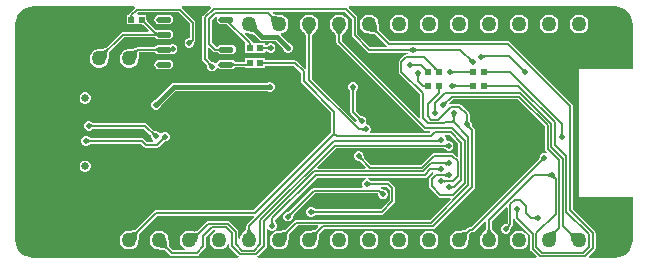
<source format=gbl>
G04*
G04 #@! TF.GenerationSoftware,Altium Limited,Altium Designer,21.2.1 (34)*
G04*
G04 Layer_Physical_Order=2*
G04 Layer_Color=6736896*
%FSLAX25Y25*%
%MOIN*%
G70*
G04*
G04 #@! TF.SameCoordinates,24BC1A3A-2B15-4BCB-8D07-746B5B0C7B57*
G04*
G04*
G04 #@! TF.FilePolarity,Positive*
G04*
G01*
G75*
%ADD15C,0.00600*%
%ADD61C,0.01500*%
%ADD62C,0.00700*%
%ADD64C,0.05000*%
%ADD65C,0.11811*%
%ADD66O,0.08268X0.03937*%
%ADD67O,0.06299X0.03937*%
%ADD68C,0.02559*%
%ADD69C,0.02000*%
%ADD70R,0.01968X0.01968*%
%ADD71O,0.05118X0.01968*%
G36*
X40102Y38900D02*
X40109Y38810D01*
X40121Y38731D01*
X40136Y38662D01*
X40157Y38604D01*
X40182Y38557D01*
X40212Y38520D01*
X40246Y38493D01*
X40284Y38478D01*
X40328Y38472D01*
X39272D01*
X39316Y38478D01*
X39354Y38493D01*
X39388Y38520D01*
X39418Y38557D01*
X39443Y38604D01*
X39464Y38662D01*
X39480Y38731D01*
X39491Y38810D01*
X39498Y38900D01*
X39500Y39000D01*
X40100D01*
X40102Y38900D01*
D02*
G37*
G36*
X44128Y37331D02*
X44112Y37276D01*
X44113Y37213D01*
X44131Y37142D01*
X44166Y37061D01*
X44218Y36972D01*
X44287Y36874D01*
X44374Y36767D01*
X44596Y36528D01*
X44172Y36103D01*
X44048Y36224D01*
X43826Y36413D01*
X43728Y36482D01*
X43639Y36534D01*
X43558Y36569D01*
X43487Y36587D01*
X43424Y36588D01*
X43369Y36573D01*
X43324Y36540D01*
X44160Y37376D01*
X44128Y37331D01*
D02*
G37*
G36*
X73151Y36558D02*
X73093Y36542D01*
X73053Y36516D01*
X73031Y36482D01*
X73027Y36439D01*
X73040Y36386D01*
X73072Y36325D01*
X73121Y36254D01*
X73188Y36174D01*
X73273Y36084D01*
X72424D01*
X72335Y36169D01*
X72160Y36311D01*
X72074Y36369D01*
X71989Y36417D01*
X71904Y36456D01*
X71821Y36486D01*
X71738Y36507D01*
X71657Y36518D01*
X71576Y36521D01*
X73227Y36564D01*
X73151Y36558D01*
D02*
G37*
G36*
X86521Y38924D02*
X86675Y38831D01*
X86859Y38750D01*
X87072Y38680D01*
X87315Y38622D01*
X87588Y38575D01*
X87890Y38539D01*
X88584Y38502D01*
X88975Y38500D01*
X86500Y36025D01*
X86498Y36416D01*
X86425Y37412D01*
X86378Y37685D01*
X86320Y37928D01*
X86250Y38141D01*
X86169Y38325D01*
X86076Y38479D01*
X85972Y38603D01*
X86396Y39028D01*
X86521Y38924D01*
D02*
G37*
G36*
X121502Y35584D02*
X121575Y34588D01*
X121622Y34315D01*
X121680Y34072D01*
X121750Y33859D01*
X121831Y33675D01*
X121924Y33521D01*
X122028Y33397D01*
X121604Y32972D01*
X121479Y33076D01*
X121325Y33169D01*
X121141Y33250D01*
X120928Y33320D01*
X120685Y33378D01*
X120412Y33425D01*
X120110Y33461D01*
X119416Y33498D01*
X119025Y33500D01*
X121500Y35975D01*
X121502Y35584D01*
D02*
G37*
G36*
X81505Y35701D02*
X81526Y35439D01*
X81564Y35190D01*
X81618Y34952D01*
X81687Y34727D01*
X81773Y34514D01*
X81875Y34313D01*
X81993Y34124D01*
X82127Y33948D01*
X82277Y33783D01*
X81217Y32723D01*
X81052Y32873D01*
X80876Y33007D01*
X80687Y33125D01*
X80486Y33227D01*
X80273Y33313D01*
X80048Y33382D01*
X79810Y33436D01*
X79561Y33474D01*
X79299Y33495D01*
X79025Y33500D01*
X81500Y35975D01*
X81505Y35701D01*
D02*
G37*
G36*
X110475Y33937D02*
X109822Y33181D01*
X109662Y32955D01*
X109532Y32742D01*
X109431Y32541D01*
X109358Y32354D01*
X109315Y32180D01*
X109300Y32018D01*
X108700D01*
X108686Y32180D01*
X108642Y32354D01*
X108570Y32541D01*
X108468Y32742D01*
X108337Y32955D01*
X108178Y33181D01*
X107990Y33420D01*
X107526Y33937D01*
X107250Y34215D01*
X110750D01*
X110475Y33937D01*
D02*
G37*
G36*
X100475D02*
X99822Y33181D01*
X99663Y32955D01*
X99532Y32742D01*
X99431Y32541D01*
X99358Y32354D01*
X99314Y32180D01*
X99300Y32018D01*
X98700D01*
X98685Y32180D01*
X98642Y32354D01*
X98570Y32541D01*
X98468Y32742D01*
X98338Y32955D01*
X98178Y33181D01*
X97989Y33420D01*
X97526Y33937D01*
X97250Y34215D01*
X100750D01*
X100475Y33937D01*
D02*
G37*
G36*
X47822Y33307D02*
X47998Y33164D01*
X48073Y33119D01*
X48139Y33091D01*
X48195Y33080D01*
X48233Y33086D01*
X48234Y33093D01*
Y33086D01*
X48243Y33088D01*
X48282Y33112D01*
X48311Y33154D01*
X48332Y33214D01*
X48234Y32794D01*
Y31907D01*
X48226Y31962D01*
X48203Y32012D01*
X48164Y32056D01*
X48110Y32094D01*
X48040Y32127D01*
X47955Y32153D01*
X47855Y32174D01*
X47739Y32188D01*
X47607Y32197D01*
X47460Y32200D01*
Y32800D01*
X47475Y32800D01*
X47398Y32878D01*
X47720Y33405D01*
X47822Y33307D01*
D02*
G37*
G36*
X60411Y30587D02*
X60345Y30516D01*
X60286Y30442D01*
X60235Y30367D01*
X60192Y30289D01*
X60157Y30210D01*
X60129Y30128D01*
X60110Y30044D01*
X60098Y29958D01*
X60093Y29870D01*
X60097Y29780D01*
X59180Y30697D01*
X59270Y30693D01*
X59358Y30698D01*
X59444Y30710D01*
X59528Y30729D01*
X59610Y30757D01*
X59689Y30792D01*
X59767Y30835D01*
X59842Y30886D01*
X59916Y30945D01*
X59987Y31011D01*
X60411Y30587D01*
D02*
G37*
G36*
X79603Y29456D02*
X79612Y29352D01*
X79627Y29260D01*
X79648Y29181D01*
X79675Y29113D01*
X79708Y29058D01*
X79747Y29015D01*
X79792Y28985D01*
X79843Y28966D01*
X79900Y28960D01*
X78700D01*
X78757Y28966D01*
X78808Y28985D01*
X78853Y29015D01*
X78892Y29058D01*
X78925Y29113D01*
X78952Y29181D01*
X78973Y29260D01*
X78988Y29352D01*
X78997Y29456D01*
X79000Y29572D01*
X79600D01*
X79603Y29456D01*
D02*
G37*
G36*
X66181Y41378D02*
X63651Y38849D01*
X63452Y38551D01*
X63382Y38200D01*
Y24200D01*
X63452Y23849D01*
X63651Y23551D01*
X64885Y22318D01*
X64910Y22249D01*
X64950Y22205D01*
X64968Y22181D01*
X64984Y22155D01*
X64999Y22126D01*
X65013Y22092D01*
X65025Y22051D01*
X65036Y22004D01*
X65044Y21950D01*
X65049Y21887D01*
X65051Y21798D01*
X65100Y21685D01*
Y21482D01*
X65344Y20894D01*
X65794Y20444D01*
X66382Y20200D01*
X67018D01*
X67606Y20444D01*
X68056Y20894D01*
X68197Y21234D01*
X68605Y21331D01*
X68762Y21327D01*
X69240Y21008D01*
X69858Y20885D01*
X73008D01*
X73626Y21008D01*
X74150Y21358D01*
X74204Y21439D01*
X74225Y21448D01*
X74251Y21509D01*
X74267Y21533D01*
X74430Y21548D01*
X74552Y21551D01*
X74625Y21582D01*
X77637D01*
X77707Y21551D01*
X77716Y21551D01*
Y21416D01*
X78233D01*
X78320Y21378D01*
X78381Y21403D01*
X78445Y21389D01*
X78486Y21416D01*
X80616D01*
X80884Y21416D01*
X81384Y21416D01*
X84284D01*
Y22051D01*
X84289Y22051D01*
X84360Y22082D01*
X94020D01*
X96282Y19820D01*
Y16900D01*
X96352Y16549D01*
X96551Y16251D01*
X106404Y6399D01*
Y338D01*
X106372Y269D01*
X106369Y175D01*
X106362Y109D01*
X106350Y49D01*
X106334Y-8D01*
X106315Y-62D01*
X106291Y-114D01*
X106262Y-165D01*
X106227Y-216D01*
X106186Y-268D01*
X106122Y-336D01*
X106095Y-407D01*
X80520Y-25982D01*
X48100D01*
X47749Y-26052D01*
X47451Y-26251D01*
X41247Y-32455D01*
X41187Y-32473D01*
X41101Y-32545D01*
X41025Y-32591D01*
X40908Y-32642D01*
X40751Y-32694D01*
X40553Y-32742D01*
X40333Y-32780D01*
X39391Y-32849D01*
X39022Y-32850D01*
X38905Y-32900D01*
X38592D01*
X37803Y-33111D01*
X37097Y-33519D01*
X36519Y-34096D01*
X36111Y-34803D01*
X35900Y-35592D01*
Y-36408D01*
X36111Y-37196D01*
X36519Y-37903D01*
X37097Y-38480D01*
X37803Y-38888D01*
X38592Y-39100D01*
X39408D01*
X40197Y-38888D01*
X40903Y-38480D01*
X41481Y-37903D01*
X41889Y-37196D01*
X42100Y-36408D01*
Y-36095D01*
X42149Y-35977D01*
X42151Y-35602D01*
X42186Y-34945D01*
X42217Y-34681D01*
X42258Y-34446D01*
X42305Y-34249D01*
X42357Y-34091D01*
X42409Y-33974D01*
X42455Y-33898D01*
X42526Y-33812D01*
X42545Y-33752D01*
X48480Y-27818D01*
X80575D01*
X80782Y-28318D01*
X78351Y-30748D01*
X78152Y-31046D01*
X78082Y-31397D01*
Y-31904D01*
X78053Y-31960D01*
X78043Y-32071D01*
X78022Y-32157D01*
X77975Y-32276D01*
X77900Y-32425D01*
X77795Y-32597D01*
X77666Y-32780D01*
X77049Y-33495D01*
X76789Y-33757D01*
X76740Y-33875D01*
X76519Y-34096D01*
X76111Y-34803D01*
X75918Y-35526D01*
X75418Y-35460D01*
Y-33203D01*
X75348Y-32852D01*
X75149Y-32554D01*
X72546Y-29951D01*
X72248Y-29752D01*
X71897Y-29682D01*
X65300D01*
X64949Y-29752D01*
X64651Y-29951D01*
X61741Y-32862D01*
X61724Y-32864D01*
X61689Y-32910D01*
X61633Y-32928D01*
X61535Y-33010D01*
X61464Y-33052D01*
X61369Y-33089D01*
X61244Y-33119D01*
X61086Y-33139D01*
X60896Y-33143D01*
X60684Y-33129D01*
X60132Y-33037D01*
X59818Y-32958D01*
X59696Y-32977D01*
X59408Y-32900D01*
X58592D01*
X57803Y-33111D01*
X57097Y-33519D01*
X56519Y-34096D01*
X56111Y-34803D01*
X55900Y-35592D01*
Y-36408D01*
X56111Y-37196D01*
X56519Y-37903D01*
X57097Y-38480D01*
X57803Y-38888D01*
X57715Y-39382D01*
X53680D01*
X52545Y-38247D01*
X52526Y-38187D01*
X52455Y-38101D01*
X52409Y-38025D01*
X52357Y-37908D01*
X52306Y-37750D01*
X52258Y-37553D01*
X52220Y-37332D01*
X52151Y-36391D01*
X52149Y-36022D01*
X52100Y-35904D01*
Y-35592D01*
X51889Y-34803D01*
X51481Y-34096D01*
X50903Y-33519D01*
X50197Y-33111D01*
X49408Y-32900D01*
X48592D01*
X47803Y-33111D01*
X47097Y-33519D01*
X46519Y-34096D01*
X46111Y-34803D01*
X45900Y-35592D01*
Y-36408D01*
X46111Y-37196D01*
X46519Y-37903D01*
X47097Y-38480D01*
X47803Y-38888D01*
X48592Y-39100D01*
X48905D01*
X49022Y-39149D01*
X49397Y-39151D01*
X50054Y-39186D01*
X50319Y-39217D01*
X50553Y-39258D01*
X50751Y-39305D01*
X50908Y-39357D01*
X51025Y-39408D01*
X51101Y-39454D01*
X51187Y-39526D01*
X51247Y-39545D01*
X52652Y-40949D01*
X52949Y-41148D01*
X53300Y-41218D01*
X61500D01*
X61851Y-41148D01*
X62149Y-40949D01*
X64349Y-38749D01*
X64548Y-38451D01*
X64618Y-38100D01*
Y-35080D01*
X66980Y-32718D01*
X67485D01*
X67619Y-33218D01*
X67097Y-33519D01*
X66519Y-34096D01*
X66111Y-34803D01*
X65900Y-35592D01*
Y-36408D01*
X66111Y-37196D01*
X66519Y-37903D01*
X67097Y-38480D01*
X67803Y-38888D01*
X68592Y-39100D01*
X69408D01*
X70197Y-38888D01*
X70903Y-38480D01*
X71481Y-37903D01*
X71889Y-37196D01*
X72382Y-37286D01*
Y-37897D01*
X72452Y-38248D01*
X72651Y-38546D01*
X75454Y-41349D01*
X75498Y-41379D01*
X75347Y-41879D01*
X7000D01*
X7000Y-41878D01*
Y-41878D01*
X5853Y-41765D01*
X4750Y-41431D01*
X3734Y-40888D01*
X2843Y-40157D01*
X2112Y-39266D01*
X1569Y-38249D01*
X1235Y-37147D01*
X1122Y-36000D01*
X1122D01*
Y36000D01*
X1122D01*
X1235Y37147D01*
X1569Y38249D01*
X2112Y39266D01*
X2843Y40157D01*
X3734Y40888D01*
X4750Y41431D01*
X5853Y41765D01*
X7000Y41878D01*
Y41878D01*
X40694D01*
X40824Y41660D01*
X40881Y41378D01*
X39151Y39649D01*
X38952Y39351D01*
X38914Y39158D01*
X38881Y39084D01*
X38216D01*
Y35916D01*
X41116D01*
X41384Y35916D01*
X41884Y35916D01*
X43191D01*
X43219Y35899D01*
X43273Y35912D01*
X43324Y35890D01*
X43385Y35916D01*
X43404D01*
X43428Y35899D01*
X43611Y35742D01*
X43721Y35637D01*
X43795Y35607D01*
X45523Y33880D01*
X45331Y33418D01*
X36900D01*
X36549Y33348D01*
X36251Y33149D01*
X31247Y28145D01*
X31187Y28126D01*
X31101Y28055D01*
X31025Y28009D01*
X30908Y27957D01*
X30751Y27905D01*
X30553Y27858D01*
X30333Y27820D01*
X29391Y27751D01*
X29022Y27749D01*
X28905Y27700D01*
X28592D01*
X27803Y27489D01*
X27097Y27081D01*
X26519Y26503D01*
X26111Y25797D01*
X25900Y25008D01*
Y24192D01*
X26111Y23403D01*
X26519Y22697D01*
X27097Y22119D01*
X27803Y21711D01*
X28592Y21500D01*
X29408D01*
X30197Y21711D01*
X30903Y22119D01*
X31481Y22697D01*
X31889Y23403D01*
X32100Y24192D01*
Y24505D01*
X32149Y24622D01*
X32151Y24997D01*
X32186Y25654D01*
X32217Y25919D01*
X32258Y26153D01*
X32305Y26351D01*
X32357Y26508D01*
X32409Y26625D01*
X32455Y26701D01*
X32526Y26787D01*
X32545Y26847D01*
X37280Y31582D01*
X47375D01*
X47448Y31551D01*
X47579Y31548D01*
X47676Y31542D01*
X47732Y31534D01*
X47749Y31509D01*
X47774Y31447D01*
X47796Y31438D01*
X47850Y31358D01*
X48374Y31008D01*
X48992Y30885D01*
X52142D01*
X52760Y31008D01*
X53284Y31358D01*
X53634Y31882D01*
X53757Y32500D01*
X53634Y33118D01*
X53284Y33642D01*
X52760Y33992D01*
X52142Y34115D01*
X48992D01*
X48374Y33992D01*
X48180Y33863D01*
X48169Y33874D01*
X48101Y33900D01*
X48059Y33959D01*
X48035Y33962D01*
X45098Y36900D01*
X45072Y36970D01*
X44864Y37193D01*
X44806Y37265D01*
X44784Y37296D01*
Y37315D01*
X44810Y37376D01*
X44789Y37427D01*
X44801Y37481D01*
X44784Y37509D01*
Y39084D01*
X41943D01*
X41752Y39527D01*
X42037Y39882D01*
X55520D01*
X59282Y36120D01*
Y31843D01*
X59264Y31725D01*
X59180Y31346D01*
X59068Y31300D01*
X58782D01*
X58194Y31056D01*
X57744Y30606D01*
X57500Y30018D01*
Y29382D01*
X57744Y28794D01*
X58194Y28344D01*
X58782Y28100D01*
X59418D01*
X60006Y28344D01*
X60456Y28794D01*
X60700Y29382D01*
Y29668D01*
X60746Y29780D01*
X60741Y29792D01*
X60746Y29805D01*
X60743Y29867D01*
X60745Y29897D01*
X60749Y29924D01*
X60755Y29949D01*
X60763Y29974D01*
X60774Y29999D01*
X60790Y30027D01*
X60810Y30057D01*
X60837Y30091D01*
X60886Y30144D01*
X60939Y30287D01*
X61048Y30449D01*
X61118Y30800D01*
Y36500D01*
X61048Y36851D01*
X60849Y37149D01*
X56619Y41378D01*
X56675Y41660D01*
X56806Y41878D01*
X65974D01*
X66181Y41378D01*
D02*
G37*
G36*
X83666Y28543D02*
X83685Y28492D01*
X83715Y28447D01*
X83758Y28408D01*
X83813Y28375D01*
X83881Y28348D01*
X83960Y28327D01*
X84052Y28312D01*
X84156Y28303D01*
X84272Y28300D01*
Y27700D01*
X84156Y27697D01*
X84052Y27688D01*
X83960Y27673D01*
X83881Y27652D01*
X83813Y27625D01*
X83758Y27592D01*
X83715Y27553D01*
X83685Y27508D01*
X83666Y27457D01*
X83660Y27400D01*
Y28600D01*
X83666Y28543D01*
D02*
G37*
G36*
X85486Y27300D02*
X85407Y27376D01*
X85327Y27444D01*
X85246Y27504D01*
X85163Y27556D01*
X85080Y27600D01*
X84995Y27636D01*
X84910Y27664D01*
X84823Y27684D01*
X84735Y27696D01*
X84646Y27700D01*
Y28300D01*
X84735Y28304D01*
X84823Y28316D01*
X84910Y28336D01*
X84995Y28364D01*
X85080Y28400D01*
X85163Y28444D01*
X85246Y28496D01*
X85327Y28556D01*
X85407Y28624D01*
X85486Y28700D01*
Y27300D01*
D02*
G37*
G36*
X69100Y26907D02*
X69092Y26962D01*
X69069Y27012D01*
X69030Y27056D01*
X68976Y27094D01*
X68906Y27127D01*
X68822Y27153D01*
X68721Y27174D01*
X68605Y27188D01*
X68474Y27197D01*
X68327Y27200D01*
Y27800D01*
X68474Y27803D01*
X68721Y27826D01*
X68822Y27847D01*
X68906Y27873D01*
X68976Y27906D01*
X69030Y27944D01*
X69069Y27988D01*
X69092Y28038D01*
X69100Y28093D01*
Y26907D01*
D02*
G37*
G36*
X134493Y28024D02*
X134573Y27956D01*
X134654Y27896D01*
X134737Y27844D01*
X134820Y27800D01*
X134905Y27764D01*
X134990Y27736D01*
X135077Y27716D01*
X135165Y27704D01*
X135254Y27700D01*
Y27100D01*
X135165Y27096D01*
X135077Y27084D01*
X134990Y27064D01*
X134905Y27036D01*
X134820Y27000D01*
X134737Y26956D01*
X134654Y26904D01*
X134573Y26844D01*
X134493Y26776D01*
X134414Y26700D01*
Y28100D01*
X134493Y28024D01*
D02*
G37*
G36*
X132986Y26700D02*
X132907Y26776D01*
X132827Y26844D01*
X132746Y26904D01*
X132663Y26956D01*
X132580Y27000D01*
X132495Y27036D01*
X132410Y27064D01*
X132323Y27084D01*
X132235Y27096D01*
X132146Y27100D01*
Y27700D01*
X132235Y27704D01*
X132323Y27716D01*
X132410Y27736D01*
X132495Y27764D01*
X132580Y27800D01*
X132663Y27844D01*
X132746Y27896D01*
X132827Y27956D01*
X132907Y28024D01*
X132986Y28100D01*
Y26700D01*
D02*
G37*
G36*
X32028Y27204D02*
X31924Y27079D01*
X31831Y26925D01*
X31750Y26741D01*
X31680Y26528D01*
X31622Y26285D01*
X31575Y26012D01*
X31539Y25710D01*
X31501Y25016D01*
X31500Y24625D01*
X29025Y27100D01*
X29416Y27101D01*
X30412Y27175D01*
X30685Y27222D01*
X30928Y27280D01*
X31141Y27350D01*
X31325Y27431D01*
X31479Y27524D01*
X31604Y27628D01*
X32028Y27204D01*
D02*
G37*
G36*
X157056Y25766D02*
X157245Y25661D01*
X157337Y25618D01*
X157429Y25582D01*
X157519Y25553D01*
X157607Y25530D01*
X157695Y25513D01*
X157781Y25503D01*
X157865Y25500D01*
X157994Y24900D01*
X157902Y24896D01*
X157814Y24882D01*
X157729Y24860D01*
X157648Y24829D01*
X157571Y24789D01*
X157497Y24740D01*
X157427Y24683D01*
X157360Y24617D01*
X157298Y24541D01*
X157239Y24457D01*
X156959Y25829D01*
X157056Y25766D01*
D02*
G37*
G36*
X152679Y24551D02*
X152750Y24497D01*
X152825Y24450D01*
X152906Y24409D01*
X152991Y24375D01*
X153081Y24347D01*
X153176Y24326D01*
X153276Y24311D01*
X153380Y24302D01*
X153490Y24300D01*
X152500Y23310D01*
X152498Y23420D01*
X152489Y23524D01*
X152474Y23624D01*
X152453Y23719D01*
X152425Y23809D01*
X152391Y23894D01*
X152350Y23975D01*
X152303Y24050D01*
X152249Y24121D01*
X152189Y24187D01*
X152613Y24611D01*
X152679Y24551D01*
D02*
G37*
G36*
X83666Y23543D02*
X83685Y23492D01*
X83715Y23447D01*
X83758Y23408D01*
X83813Y23375D01*
X83881Y23348D01*
X83960Y23327D01*
X84052Y23312D01*
X84156Y23303D01*
X84272Y23300D01*
Y22700D01*
X84156Y22697D01*
X84052Y22688D01*
X83960Y22673D01*
X83881Y22652D01*
X83813Y22625D01*
X83758Y22592D01*
X83715Y22553D01*
X83685Y22508D01*
X83666Y22457D01*
X83660Y22400D01*
Y23600D01*
X83666Y23543D01*
D02*
G37*
G36*
X78328Y22028D02*
X78322Y22061D01*
X78304Y22090D01*
X78274Y22116D01*
X78232Y22138D01*
X78178Y22157D01*
X78112Y22172D01*
X78034Y22185D01*
X77944Y22193D01*
X77728Y22200D01*
Y22800D01*
X77843Y22803D01*
X77947Y22812D01*
X78039Y22827D01*
X78118Y22848D01*
X78185Y22875D01*
X78240Y22908D01*
X78283Y22947D01*
X78314Y22992D01*
X78333Y23043D01*
X78340Y23100D01*
X78328Y22028D01*
D02*
G37*
G36*
X73774Y23038D02*
X73797Y22988D01*
X73836Y22944D01*
X73890Y22906D01*
X73960Y22873D01*
X74045Y22847D01*
X74145Y22826D01*
X74261Y22812D01*
X74393Y22803D01*
X74540Y22800D01*
Y22200D01*
X74393Y22197D01*
X74145Y22174D01*
X74045Y22153D01*
X73960Y22127D01*
X73890Y22094D01*
X73836Y22056D01*
X73797Y22012D01*
X73774Y21962D01*
X73766Y21907D01*
Y23093D01*
X73774Y23038D01*
D02*
G37*
G36*
X65879Y23051D02*
X65950Y22997D01*
X66025Y22950D01*
X66106Y22909D01*
X66191Y22875D01*
X66281Y22847D01*
X66376Y22826D01*
X66476Y22811D01*
X66580Y22802D01*
X66690Y22800D01*
X65700Y21810D01*
X65698Y21920D01*
X65689Y22024D01*
X65674Y22124D01*
X65653Y22219D01*
X65625Y22309D01*
X65591Y22394D01*
X65550Y22475D01*
X65503Y22550D01*
X65449Y22621D01*
X65389Y22687D01*
X65813Y23111D01*
X65879Y23051D01*
D02*
G37*
G36*
X133593Y23024D02*
X133673Y22956D01*
X133754Y22896D01*
X133837Y22844D01*
X133920Y22800D01*
X134005Y22764D01*
X134090Y22736D01*
X134177Y22716D01*
X134265Y22704D01*
X134354Y22700D01*
Y22100D01*
X134265Y22096D01*
X134177Y22084D01*
X134090Y22064D01*
X134005Y22036D01*
X133920Y22000D01*
X133837Y21956D01*
X133754Y21904D01*
X133673Y21844D01*
X133593Y21776D01*
X133514Y21700D01*
Y23100D01*
X133593Y23024D01*
D02*
G37*
G36*
X141352Y21276D02*
X141574Y21087D01*
X141672Y21018D01*
X141761Y20966D01*
X141842Y20931D01*
X141913Y20913D01*
X141976Y20912D01*
X142031Y20928D01*
X142076Y20960D01*
X141240Y20124D01*
X141272Y20169D01*
X141288Y20224D01*
X141287Y20287D01*
X141269Y20358D01*
X141234Y20439D01*
X141182Y20528D01*
X141113Y20626D01*
X141026Y20733D01*
X140804Y20972D01*
X141228Y21396D01*
X141352Y21276D01*
D02*
G37*
G36*
X137952D02*
X138174Y21087D01*
X138272Y21018D01*
X138361Y20966D01*
X138442Y20931D01*
X138513Y20913D01*
X138576Y20912D01*
X138631Y20928D01*
X138676Y20960D01*
X137840Y20124D01*
X137873Y20169D01*
X137888Y20224D01*
X137887Y20287D01*
X137869Y20358D01*
X137834Y20439D01*
X137782Y20528D01*
X137713Y20626D01*
X137627Y20733D01*
X137404Y20972D01*
X137828Y21396D01*
X137952Y21276D01*
D02*
G37*
G36*
X170179Y21151D02*
X170250Y21097D01*
X170325Y21050D01*
X170406Y21009D01*
X170491Y20975D01*
X170581Y20947D01*
X170676Y20926D01*
X170776Y20911D01*
X170880Y20902D01*
X170990Y20900D01*
X170000Y19910D01*
X169998Y20020D01*
X169989Y20124D01*
X169974Y20224D01*
X169953Y20319D01*
X169925Y20409D01*
X169891Y20494D01*
X169850Y20575D01*
X169803Y20650D01*
X169749Y20721D01*
X169689Y20787D01*
X170113Y21211D01*
X170179Y21151D01*
D02*
G37*
G36*
X158166Y20543D02*
X158185Y20492D01*
X158215Y20447D01*
X158258Y20408D01*
X158313Y20375D01*
X158381Y20348D01*
X158460Y20327D01*
X158552Y20312D01*
X158656Y20303D01*
X158772Y20300D01*
Y19700D01*
X158656Y19697D01*
X158552Y19688D01*
X158460Y19673D01*
X158381Y19652D01*
X158313Y19625D01*
X158258Y19592D01*
X158215Y19553D01*
X158185Y19508D01*
X158166Y19457D01*
X158160Y19400D01*
Y20600D01*
X158166Y20543D01*
D02*
G37*
G36*
X152840Y19400D02*
X152834Y19457D01*
X152815Y19508D01*
X152785Y19553D01*
X152742Y19592D01*
X152687Y19625D01*
X152619Y19652D01*
X152540Y19673D01*
X152448Y19688D01*
X152344Y19697D01*
X152228Y19700D01*
Y20300D01*
X152344Y20303D01*
X152448Y20312D01*
X152540Y20327D01*
X152619Y20348D01*
X152687Y20375D01*
X152742Y20408D01*
X152785Y20447D01*
X152815Y20492D01*
X152834Y20543D01*
X152840Y20600D01*
Y19400D01*
D02*
G37*
G36*
X146688Y20627D02*
X146767Y20558D01*
X146847Y20498D01*
X146929Y20445D01*
X147012Y20401D01*
X147096Y20365D01*
X147181Y20336D01*
X147268Y20316D01*
X147356Y20304D01*
X147445Y20300D01*
X147437Y19700D01*
X147349Y19696D01*
X147261Y19684D01*
X147174Y19664D01*
X147088Y19637D01*
X147003Y19601D01*
X146919Y19557D01*
X146836Y19506D01*
X146754Y19446D01*
X146673Y19379D01*
X146593Y19304D01*
X146610Y20704D01*
X146688Y20627D01*
D02*
G37*
G36*
X135924Y19007D02*
X135856Y18927D01*
X135796Y18846D01*
X135744Y18763D01*
X135700Y18680D01*
X135664Y18595D01*
X135636Y18510D01*
X135616Y18423D01*
X135604Y18335D01*
X135600Y18246D01*
X135000D01*
X134996Y18335D01*
X134984Y18423D01*
X134964Y18510D01*
X134936Y18595D01*
X134900Y18680D01*
X134856Y18763D01*
X134804Y18846D01*
X134744Y18927D01*
X134676Y19007D01*
X134600Y19086D01*
X136000D01*
X135924Y19007D01*
D02*
G37*
G36*
X158166Y16043D02*
X158185Y15992D01*
X158215Y15947D01*
X158258Y15908D01*
X158313Y15875D01*
X158381Y15848D01*
X158460Y15827D01*
X158552Y15812D01*
X158656Y15803D01*
X158772Y15800D01*
Y15200D01*
X158656Y15197D01*
X158552Y15188D01*
X158460Y15173D01*
X158381Y15152D01*
X158313Y15125D01*
X158258Y15092D01*
X158215Y15053D01*
X158185Y15008D01*
X158166Y14957D01*
X158160Y14900D01*
Y16100D01*
X158166Y16043D01*
D02*
G37*
G36*
X152840Y14900D02*
X152834Y14957D01*
X152815Y15008D01*
X152785Y15053D01*
X152742Y15092D01*
X152687Y15125D01*
X152619Y15152D01*
X152540Y15173D01*
X152448Y15188D01*
X152344Y15197D01*
X152228Y15200D01*
Y15800D01*
X152344Y15803D01*
X152448Y15812D01*
X152540Y15827D01*
X152619Y15848D01*
X152687Y15875D01*
X152742Y15908D01*
X152785Y15947D01*
X152815Y15992D01*
X152834Y16043D01*
X152840Y16100D01*
Y14900D01*
D02*
G37*
G36*
X137840D02*
X137834Y14957D01*
X137815Y15008D01*
X137785Y15053D01*
X137742Y15092D01*
X137687Y15125D01*
X137619Y15152D01*
X137540Y15173D01*
X137448Y15188D01*
X137344Y15197D01*
X137228Y15200D01*
Y15800D01*
X137344Y15803D01*
X137448Y15812D01*
X137540Y15827D01*
X137619Y15848D01*
X137687Y15875D01*
X137742Y15908D01*
X137785Y15947D01*
X137815Y15992D01*
X137834Y16043D01*
X137840Y16100D01*
Y14900D01*
D02*
G37*
G36*
X147493Y16124D02*
X147573Y16056D01*
X147654Y15996D01*
X147737Y15944D01*
X147820Y15900D01*
X147905Y15864D01*
X147990Y15836D01*
X148077Y15816D01*
X148165Y15804D01*
X148254Y15800D01*
Y15200D01*
X148165Y15196D01*
X148077Y15184D01*
X147990Y15164D01*
X147905Y15136D01*
X147820Y15100D01*
X147737Y15056D01*
X147654Y15004D01*
X147573Y14944D01*
X147493Y14876D01*
X147414Y14800D01*
Y16200D01*
X147493Y16124D01*
D02*
G37*
G36*
X142743Y14522D02*
X142692Y14504D01*
X142647Y14474D01*
X142608Y14432D01*
X142575Y14378D01*
X142548Y14312D01*
X142527Y14234D01*
X142512Y14144D01*
X142503Y14042D01*
X142500Y13928D01*
X141900D01*
X141897Y14042D01*
X141888Y14144D01*
X141873Y14234D01*
X141852Y14312D01*
X141825Y14378D01*
X141792Y14432D01*
X141753Y14474D01*
X141708Y14504D01*
X141657Y14522D01*
X141600Y14528D01*
X142800D01*
X142743Y14522D01*
D02*
G37*
G36*
X114324Y14207D02*
X114256Y14127D01*
X114196Y14046D01*
X114144Y13963D01*
X114100Y13880D01*
X114064Y13795D01*
X114036Y13710D01*
X114016Y13623D01*
X114004Y13535D01*
X114000Y13446D01*
X113400D01*
X113396Y13535D01*
X113384Y13623D01*
X113364Y13710D01*
X113336Y13795D01*
X113300Y13880D01*
X113256Y13963D01*
X113204Y14046D01*
X113144Y14127D01*
X113076Y14207D01*
X113000Y14286D01*
X114400D01*
X114324Y14207D01*
D02*
G37*
G36*
X145111Y9987D02*
X145051Y9921D01*
X144997Y9850D01*
X144950Y9775D01*
X144909Y9694D01*
X144875Y9609D01*
X144847Y9519D01*
X144826Y9424D01*
X144811Y9324D01*
X144802Y9220D01*
X144800Y9110D01*
X143810Y10100D01*
X143920Y10102D01*
X144024Y10111D01*
X144124Y10126D01*
X144219Y10147D01*
X144309Y10175D01*
X144394Y10209D01*
X144475Y10250D01*
X144550Y10297D01*
X144621Y10351D01*
X144687Y10411D01*
X145111Y9987D01*
D02*
G37*
G36*
X141304Y7669D02*
X141316Y7581D01*
X141336Y7494D01*
X141364Y7409D01*
X141400Y7324D01*
X141444Y7241D01*
X141496Y7159D01*
X141557Y7078D01*
X141625Y6998D01*
X141701Y6920D01*
X140301Y6915D01*
X140377Y6994D01*
X140445Y7075D01*
X140504Y7156D01*
X140556Y7239D01*
X140600Y7322D01*
X140636Y7407D01*
X140664Y7492D01*
X140684Y7579D01*
X140696Y7667D01*
X140700Y7756D01*
X141300Y7758D01*
X141304Y7669D01*
D02*
G37*
G36*
X113282Y37720D02*
Y32200D01*
X113352Y31849D01*
X113551Y31551D01*
X118351Y26751D01*
X118649Y26552D01*
X119000Y26482D01*
X131883D01*
X131984Y26418D01*
X131984Y26418D01*
X131829Y26015D01*
X131744Y25935D01*
X131706Y25918D01*
X131300D01*
X130949Y25848D01*
X130651Y25649D01*
X129151Y24149D01*
X128952Y23851D01*
X128882Y23500D01*
Y20100D01*
X128952Y19749D01*
X129151Y19451D01*
X135982Y12620D01*
Y5023D01*
X135482Y4815D01*
X109918Y30380D01*
Y31904D01*
X109947Y31960D01*
X109957Y32071D01*
X109978Y32157D01*
X110024Y32277D01*
X110099Y32425D01*
X110205Y32598D01*
X110334Y32781D01*
X110951Y33495D01*
X111211Y33757D01*
X111259Y33875D01*
X111481Y34097D01*
X111889Y34803D01*
X112100Y35592D01*
Y36408D01*
X111889Y37197D01*
X111481Y37903D01*
X110903Y38481D01*
X110197Y38889D01*
X109408Y39100D01*
X108592D01*
X107803Y38889D01*
X107097Y38481D01*
X106519Y37903D01*
X106111Y37197D01*
X105900Y36408D01*
Y35592D01*
X106111Y34803D01*
X106519Y34097D01*
X106740Y33875D01*
X106789Y33757D01*
X107053Y33491D01*
X107492Y33002D01*
X107657Y32792D01*
X107795Y32598D01*
X107901Y32425D01*
X107975Y32277D01*
X108022Y32157D01*
X108043Y32071D01*
X108053Y31960D01*
X108082Y31904D01*
Y30000D01*
X108152Y29649D01*
X108351Y29351D01*
X137151Y551D01*
X137449Y352D01*
X137800Y282D01*
X139231D01*
X139450Y-210D01*
X139251Y-461D01*
X119609D01*
X119456Y-186D01*
X119375Y39D01*
X119600Y582D01*
Y1218D01*
X119356Y1806D01*
X118906Y2256D01*
X118318Y2500D01*
X118254D01*
X118184Y2562D01*
X117961Y3000D01*
X118132Y3414D01*
Y4050D01*
X117889Y4639D01*
X117439Y5089D01*
X116850Y5332D01*
X116648D01*
X116535Y5382D01*
X116446Y5383D01*
X116383Y5388D01*
X116328Y5397D01*
X116281Y5407D01*
X116241Y5420D01*
X116207Y5433D01*
X116177Y5448D01*
X116151Y5464D01*
X116128Y5482D01*
X116084Y5523D01*
X116015Y5548D01*
X114618Y6945D01*
Y13350D01*
X114649Y13417D01*
X114651Y13476D01*
X114655Y13506D01*
X114662Y13535D01*
X114673Y13567D01*
X114687Y13601D01*
X114707Y13638D01*
X114732Y13679D01*
X114765Y13723D01*
X114806Y13771D01*
X114868Y13836D01*
X114913Y13950D01*
X115056Y14094D01*
X115300Y14682D01*
Y15318D01*
X115056Y15906D01*
X114606Y16356D01*
X114018Y16600D01*
X113382D01*
X112794Y16356D01*
X112344Y15906D01*
X112100Y15318D01*
Y14682D01*
X112344Y14094D01*
X112487Y13950D01*
X112532Y13836D01*
X112594Y13771D01*
X112635Y13723D01*
X112668Y13679D01*
X112693Y13638D01*
X112713Y13601D01*
X112727Y13567D01*
X112738Y13535D01*
X112744Y13506D01*
X112749Y13476D01*
X112751Y13417D01*
X112782Y13350D01*
Y6565D01*
X112852Y6213D01*
X113051Y5916D01*
X114717Y4250D01*
X114742Y4181D01*
X114782Y4137D01*
X114800Y4113D01*
X114816Y4087D01*
X114831Y4058D01*
X114845Y4024D01*
X114857Y3984D01*
X114868Y3937D01*
X114876Y3882D01*
X114881Y3819D01*
X114883Y3730D01*
X114804Y3601D01*
X114180Y3517D01*
X99918Y17780D01*
Y31904D01*
X99947Y31960D01*
X99957Y32071D01*
X99978Y32157D01*
X100024Y32277D01*
X100100Y32425D01*
X100205Y32598D01*
X100334Y32781D01*
X100951Y33495D01*
X101211Y33757D01*
X101260Y33875D01*
X101481Y34097D01*
X101889Y34803D01*
X102100Y35592D01*
Y36408D01*
X101889Y37197D01*
X101481Y37903D01*
X100903Y38481D01*
X100197Y38889D01*
X99408Y39100D01*
X98592D01*
X97803Y38889D01*
X97097Y38481D01*
X96519Y37903D01*
X96111Y37197D01*
X95900Y36408D01*
Y35592D01*
X96111Y34803D01*
X96519Y34097D01*
X96741Y33875D01*
X96789Y33757D01*
X97053Y33491D01*
X97492Y33002D01*
X97657Y32792D01*
X97795Y32598D01*
X97900Y32425D01*
X97975Y32277D01*
X98022Y32157D01*
X98043Y32071D01*
X98053Y31960D01*
X98082Y31904D01*
Y21323D01*
X97582Y21115D01*
X95049Y23649D01*
X94751Y23848D01*
X94400Y23918D01*
X84360D01*
X84289Y23949D01*
X84284Y23949D01*
Y24584D01*
X81384D01*
X81116Y24584D01*
X80616Y24584D01*
X77716D01*
Y23449D01*
X77711Y23449D01*
X77640Y23418D01*
X74625D01*
X74552Y23449D01*
X74421Y23452D01*
X74324Y23458D01*
X74268Y23465D01*
X74251Y23491D01*
X74225Y23552D01*
X74204Y23562D01*
X74150Y23642D01*
X73626Y23992D01*
X73008Y24115D01*
X69858D01*
X69240Y23992D01*
X68716Y23642D01*
X68366Y23118D01*
X68364Y23106D01*
X67821Y22942D01*
X67606Y23156D01*
X67018Y23400D01*
X66815D01*
X66702Y23449D01*
X66613Y23451D01*
X66550Y23456D01*
X66496Y23464D01*
X66449Y23475D01*
X66408Y23487D01*
X66374Y23501D01*
X66345Y23516D01*
X66319Y23532D01*
X66295Y23550D01*
X66251Y23590D01*
X66182Y23615D01*
X65218Y24580D01*
Y28031D01*
X65680Y28223D01*
X67051Y26851D01*
X67349Y26652D01*
X67700Y26582D01*
X68241D01*
X68314Y26551D01*
X68445Y26548D01*
X68542Y26542D01*
X68598Y26535D01*
X68615Y26509D01*
X68641Y26447D01*
X68662Y26439D01*
X68716Y26358D01*
X69240Y26008D01*
X69858Y25885D01*
X73008D01*
X73626Y26008D01*
X74150Y26358D01*
X74500Y26882D01*
X74623Y27500D01*
X74500Y28118D01*
X74150Y28642D01*
X73626Y28992D01*
X73008Y29115D01*
X69858D01*
X69240Y28992D01*
X68716Y28642D01*
X68662Y28561D01*
X68641Y28553D01*
X68615Y28491D01*
X68599Y28467D01*
X68436Y28452D01*
X68314Y28449D01*
X68241Y28418D01*
X68080D01*
X66618Y29880D01*
Y37320D01*
X67873Y38575D01*
X68052Y38548D01*
X68191Y38358D01*
X68342Y38000D01*
X68243Y37500D01*
X68366Y36882D01*
X68716Y36358D01*
X69240Y36008D01*
X69858Y35885D01*
X71527D01*
X71556Y35872D01*
X71601Y35870D01*
X71613Y35868D01*
X71632Y35864D01*
X71658Y35854D01*
X71692Y35839D01*
X71734Y35815D01*
X71775Y35788D01*
X71906Y35681D01*
X71976Y35614D01*
X72049Y35586D01*
X77583Y30053D01*
X77716Y29584D01*
X77716D01*
X77716Y29584D01*
Y26416D01*
X80616D01*
X80884Y26416D01*
X81384Y26416D01*
X84284D01*
Y26689D01*
X84326Y26735D01*
X84536Y26923D01*
X84663Y26996D01*
X84767Y27027D01*
X84801Y27013D01*
X84838Y26993D01*
X84879Y26968D01*
X84923Y26935D01*
X84971Y26894D01*
X85036Y26832D01*
X85150Y26787D01*
X85294Y26644D01*
X85882Y26400D01*
X86518D01*
X87106Y26644D01*
X87556Y27094D01*
X87800Y27682D01*
Y28318D01*
X87556Y28906D01*
X87106Y29356D01*
X86518Y29600D01*
X85882D01*
X85294Y29356D01*
X85150Y29213D01*
X85036Y29168D01*
X84971Y29106D01*
X84923Y29065D01*
X84879Y29032D01*
X84838Y29007D01*
X84801Y28987D01*
X84767Y28973D01*
X84663Y29004D01*
X84536Y29077D01*
X84326Y29265D01*
X84284Y29311D01*
Y29584D01*
X81384D01*
X81116Y29584D01*
X80249Y29584D01*
X80249Y29589D01*
X80208Y29682D01*
X80148Y29984D01*
X79949Y30282D01*
X77551Y32680D01*
X77803Y33111D01*
X78592Y32900D01*
X78900D01*
X79013Y32851D01*
X79266Y32846D01*
X79486Y32828D01*
X79690Y32797D01*
X79880Y32755D01*
X80055Y32700D01*
X80217Y32635D01*
X80367Y32559D01*
X80506Y32472D01*
X80636Y32374D01*
X80778Y32243D01*
X80828Y32225D01*
X82427Y30627D01*
X82873Y30328D01*
X83400Y30224D01*
X87830D01*
X90420Y27633D01*
X90644Y27094D01*
X91094Y26644D01*
X91682Y26400D01*
X92318D01*
X92906Y26644D01*
X93356Y27094D01*
X93600Y27682D01*
Y28318D01*
X93356Y28906D01*
X92906Y29356D01*
X92367Y29580D01*
X89528Y32418D01*
X89634Y32927D01*
X89665Y32969D01*
X90197Y33111D01*
X90903Y33519D01*
X91481Y34097D01*
X91889Y34803D01*
X92100Y35592D01*
Y36408D01*
X91889Y37197D01*
X91481Y37903D01*
X90903Y38481D01*
X90197Y38889D01*
X89408Y39100D01*
X89095D01*
X88978Y39149D01*
X88603Y39151D01*
X87946Y39186D01*
X87681Y39217D01*
X87447Y39258D01*
X87249Y39305D01*
X87092Y39357D01*
X86975Y39409D01*
X86899Y39455D01*
X86813Y39526D01*
X86774Y39682D01*
X87137Y40182D01*
X110820D01*
X113282Y37720D01*
D02*
G37*
G36*
X147824Y5507D02*
X147756Y5427D01*
X147696Y5346D01*
X147644Y5263D01*
X147600Y5180D01*
X147564Y5095D01*
X147536Y5010D01*
X147516Y4923D01*
X147504Y4835D01*
X147500Y4746D01*
X146900D01*
X146896Y4835D01*
X146884Y4923D01*
X146864Y5010D01*
X146836Y5095D01*
X146800Y5180D01*
X146756Y5263D01*
X146704Y5346D01*
X146644Y5427D01*
X146576Y5507D01*
X146500Y5586D01*
X147900D01*
X147824Y5507D01*
D02*
G37*
G36*
X115711Y4983D02*
X115782Y4930D01*
X115858Y4882D01*
X115938Y4842D01*
X116023Y4807D01*
X116113Y4779D01*
X116208Y4758D01*
X116308Y4743D01*
X116413Y4734D01*
X116522Y4732D01*
X115532Y3742D01*
X115530Y3852D01*
X115522Y3957D01*
X115507Y4056D01*
X115485Y4151D01*
X115457Y4242D01*
X115423Y4327D01*
X115382Y4407D01*
X115335Y4483D01*
X115281Y4553D01*
X115221Y4619D01*
X115646Y5043D01*
X115711Y4983D01*
D02*
G37*
G36*
X151862Y4007D02*
X151874Y3919D01*
X151894Y3832D01*
X151922Y3746D01*
X151958Y3662D01*
X152002Y3578D01*
X152054Y3496D01*
X152114Y3415D01*
X152182Y3335D01*
X152258Y3256D01*
X150858D01*
X150934Y3335D01*
X151002Y3415D01*
X151062Y3496D01*
X151114Y3578D01*
X151158Y3662D01*
X151194Y3746D01*
X151222Y3832D01*
X151242Y3919D01*
X151254Y4007D01*
X151258Y4096D01*
X151858D01*
X151862Y4007D01*
D02*
G37*
G36*
X147500Y4121D02*
X147504Y4003D01*
X147517Y3888D01*
X147538Y3777D01*
X147568Y3669D01*
X147606Y3565D01*
X147653Y3465D01*
X147708Y3367D01*
X147772Y3274D01*
X147844Y3184D01*
X147924Y3097D01*
X147500Y2673D01*
X147413Y2753D01*
X147323Y2826D01*
X147230Y2889D01*
X147133Y2944D01*
X147032Y2991D01*
X146928Y3029D01*
X146820Y3059D01*
X146709Y3080D01*
X146594Y3093D01*
X146476Y3097D01*
X146300Y3697D01*
X146414Y3703D01*
X146516Y3721D01*
X146606Y3751D01*
X146684Y3793D01*
X146750Y3847D01*
X146804Y3913D01*
X146846Y3991D01*
X146876Y4081D01*
X146894Y4183D01*
X146900Y4297D01*
X147500Y4121D01*
D02*
G37*
G36*
X152560Y2422D02*
X152569Y2317D01*
X152584Y2218D01*
X152605Y2123D01*
X152633Y2032D01*
X152667Y1947D01*
X152708Y1867D01*
X152755Y1791D01*
X152809Y1721D01*
X152869Y1655D01*
X152445Y1231D01*
X152379Y1291D01*
X152309Y1345D01*
X152233Y1392D01*
X152153Y1433D01*
X152067Y1467D01*
X151977Y1495D01*
X151882Y1516D01*
X151783Y1531D01*
X151678Y1540D01*
X151568Y1542D01*
X152558Y2532D01*
X152560Y2422D01*
D02*
G37*
G36*
X117286Y200D02*
X117207Y276D01*
X117127Y344D01*
X117046Y404D01*
X116963Y456D01*
X116880Y500D01*
X116795Y536D01*
X116710Y564D01*
X116623Y584D01*
X116535Y596D01*
X116446Y600D01*
Y1200D01*
X116535Y1204D01*
X116623Y1216D01*
X116710Y1236D01*
X116795Y1264D01*
X116880Y1300D01*
X116963Y1344D01*
X117046Y1396D01*
X117127Y1456D01*
X117207Y1524D01*
X117286Y1600D01*
Y200D01*
D02*
G37*
G36*
X183504Y-335D02*
X183516Y-423D01*
X183536Y-510D01*
X183564Y-595D01*
X183600Y-680D01*
X183644Y-763D01*
X183696Y-846D01*
X183756Y-927D01*
X183824Y-1007D01*
X183900Y-1086D01*
X182500D01*
X182576Y-1007D01*
X182644Y-927D01*
X182704Y-846D01*
X182756Y-763D01*
X182800Y-680D01*
X182836Y-595D01*
X182864Y-510D01*
X182884Y-423D01*
X182896Y-335D01*
X182900Y-246D01*
X183500D01*
X183504Y-335D01*
D02*
G37*
G36*
X107625Y127D02*
X107638Y13D01*
X107659Y-99D01*
X107689Y-206D01*
X107727Y-310D01*
X107774Y-411D01*
X107829Y-508D01*
X107893Y-602D01*
X107965Y-692D01*
X108045Y-779D01*
X107746Y-1327D01*
X107661Y-1251D01*
X107576Y-1192D01*
X107491Y-1149D01*
X107406Y-1124D01*
X107321Y-1115D01*
X107236Y-1124D01*
X107151Y-1149D01*
X107067Y-1192D01*
X106982Y-1251D01*
X106897Y-1327D01*
X106597Y-779D01*
X106678Y-692D01*
X106750Y-602D01*
X106813Y-508D01*
X106869Y-411D01*
X106915Y-310D01*
X106953Y-206D01*
X106983Y-99D01*
X107004Y13D01*
X107017Y127D01*
X107021Y246D01*
X107621D01*
X107625Y127D01*
D02*
G37*
G36*
X142845Y-3534D02*
X142759Y-3508D01*
X142499Y-3448D01*
X142411Y-3433D01*
X142148Y-3405D01*
X142060Y-3401D01*
X141971Y-3400D01*
X141567Y-2800D01*
X141662Y-2795D01*
X141750Y-2782D01*
X141830Y-2760D01*
X141902Y-2729D01*
X141966Y-2688D01*
X142022Y-2639D01*
X142070Y-2581D01*
X142110Y-2514D01*
X142143Y-2438D01*
X142167Y-2354D01*
X142845Y-3534D01*
D02*
G37*
G36*
X144813Y-5247D02*
X144734Y-5171D01*
X144654Y-5103D01*
X144572Y-5043D01*
X144490Y-4991D01*
X144407Y-4947D01*
X144322Y-4911D01*
X144236Y-4883D01*
X144150Y-4863D01*
X144062Y-4851D01*
X143973Y-4847D01*
Y-4247D01*
X144062Y-4243D01*
X144150Y-4231D01*
X144236Y-4211D01*
X144322Y-4183D01*
X144407Y-4147D01*
X144490Y-4103D01*
X144572Y-4051D01*
X144654Y-3991D01*
X144734Y-3923D01*
X144813Y-3847D01*
Y-5247D01*
D02*
G37*
G36*
X148782Y-3880D02*
Y-8131D01*
X148320Y-8323D01*
X147249Y-7251D01*
X146951Y-7052D01*
X146600Y-6982D01*
X140600D01*
X140249Y-7052D01*
X139951Y-7251D01*
X136220Y-10982D01*
X119780D01*
X117315Y-8518D01*
X117290Y-8449D01*
X117250Y-8405D01*
X117232Y-8381D01*
X117216Y-8355D01*
X117201Y-8326D01*
X117187Y-8292D01*
X117175Y-8251D01*
X117164Y-8204D01*
X117156Y-8150D01*
X117151Y-8087D01*
X117149Y-7998D01*
X117100Y-7885D01*
Y-7682D01*
X116856Y-7094D01*
X116406Y-6644D01*
X115818Y-6400D01*
X115182D01*
X114594Y-6644D01*
X114144Y-7094D01*
X113900Y-7682D01*
Y-8318D01*
X114144Y-8906D01*
X114594Y-9356D01*
X115182Y-9600D01*
X115385D01*
X115498Y-9649D01*
X115587Y-9651D01*
X115650Y-9656D01*
X115704Y-9664D01*
X115751Y-9675D01*
X115792Y-9687D01*
X115826Y-9701D01*
X115855Y-9716D01*
X115881Y-9732D01*
X115904Y-9750D01*
X115948Y-9790D01*
X116018Y-9815D01*
X117923Y-11720D01*
X117731Y-12182D01*
X101863D01*
X101671Y-11720D01*
X107927Y-5465D01*
X143877D01*
X143944Y-5496D01*
X144003Y-5499D01*
X144033Y-5503D01*
X144062Y-5510D01*
X144094Y-5520D01*
X144128Y-5534D01*
X144165Y-5554D01*
X144205Y-5580D01*
X144250Y-5613D01*
X144298Y-5653D01*
X144362Y-5715D01*
X144477Y-5760D01*
X144620Y-5904D01*
X145209Y-6147D01*
X145845D01*
X146433Y-5904D01*
X146883Y-5454D01*
X147127Y-4865D01*
Y-4229D01*
X146883Y-3641D01*
X146433Y-3191D01*
X145845Y-2947D01*
X145209D01*
X144742Y-2599D01*
Y-2261D01*
X144498Y-1672D01*
X144243Y-1418D01*
X144450Y-918D01*
X145820D01*
X148782Y-3880D01*
D02*
G37*
G36*
X177582Y1929D02*
Y-5497D01*
X177652Y-5848D01*
X177851Y-6146D01*
X178230Y-6525D01*
X177947Y-6949D01*
X177792Y-6884D01*
X177155D01*
X176567Y-7128D01*
X176117Y-7578D01*
X175873Y-8166D01*
Y-8369D01*
X175824Y-8482D01*
X175822Y-8571D01*
X175817Y-8634D01*
X175809Y-8688D01*
X175798Y-8736D01*
X175786Y-8776D01*
X175772Y-8810D01*
X175757Y-8839D01*
X175741Y-8865D01*
X175723Y-8889D01*
X175683Y-8933D01*
X175658Y-9002D01*
X153077Y-31582D01*
X152500D01*
X152148Y-31652D01*
X151851Y-31851D01*
X151247Y-32455D01*
X151187Y-32473D01*
X151101Y-32545D01*
X151025Y-32591D01*
X150908Y-32642D01*
X150751Y-32694D01*
X150553Y-32742D01*
X150333Y-32780D01*
X149391Y-32849D01*
X149022Y-32850D01*
X148905Y-32900D01*
X148592D01*
X147803Y-33111D01*
X147097Y-33519D01*
X146519Y-34096D01*
X146111Y-34803D01*
X145900Y-35592D01*
Y-36408D01*
X146111Y-37196D01*
X146519Y-37903D01*
X147097Y-38480D01*
X147803Y-38888D01*
X148592Y-39100D01*
X149408D01*
X150197Y-38888D01*
X150903Y-38480D01*
X151481Y-37903D01*
X151889Y-37196D01*
X152100Y-36408D01*
Y-36095D01*
X152149Y-35977D01*
X152151Y-35602D01*
X152186Y-34945D01*
X152217Y-34681D01*
X152258Y-34446D01*
X152305Y-34249D01*
X152357Y-34091D01*
X152409Y-33974D01*
X152455Y-33898D01*
X152526Y-33812D01*
X152545Y-33752D01*
X152880Y-33418D01*
X153457D01*
X153809Y-33348D01*
X154106Y-33149D01*
X157582Y-29673D01*
X158082Y-29880D01*
Y-31904D01*
X158053Y-31960D01*
X158043Y-32071D01*
X158022Y-32157D01*
X157975Y-32276D01*
X157901Y-32425D01*
X157795Y-32597D01*
X157666Y-32780D01*
X157049Y-33495D01*
X156789Y-33757D01*
X156740Y-33875D01*
X156519Y-34096D01*
X156111Y-34803D01*
X155900Y-35592D01*
Y-36408D01*
X156111Y-37196D01*
X156519Y-37903D01*
X157097Y-38480D01*
X157803Y-38888D01*
X158592Y-39100D01*
X159408D01*
X160197Y-38888D01*
X160903Y-38480D01*
X161481Y-37903D01*
X161889Y-37196D01*
X162100Y-36408D01*
Y-35592D01*
X161889Y-34803D01*
X161481Y-34096D01*
X161259Y-33875D01*
X161211Y-33757D01*
X160947Y-33491D01*
X160508Y-33001D01*
X160343Y-32792D01*
X160205Y-32598D01*
X160099Y-32425D01*
X160024Y-32276D01*
X159978Y-32157D01*
X159957Y-32071D01*
X159947Y-31960D01*
X159918Y-31904D01*
Y-29780D01*
X164720Y-24977D01*
X165182Y-25169D01*
Y-30320D01*
X165018Y-30485D01*
X164948Y-30510D01*
X164905Y-30550D01*
X164881Y-30568D01*
X164855Y-30584D01*
X164826Y-30599D01*
X164792Y-30613D01*
X164751Y-30625D01*
X164704Y-30636D01*
X164650Y-30644D01*
X164587Y-30649D01*
X164498Y-30651D01*
X164385Y-30700D01*
X164182D01*
X163594Y-30944D01*
X163144Y-31394D01*
X162900Y-31982D01*
Y-32618D01*
X163144Y-33206D01*
X163594Y-33656D01*
X164182Y-33900D01*
X164818D01*
X165406Y-33656D01*
X165856Y-33206D01*
X166100Y-32618D01*
Y-32415D01*
X166149Y-32302D01*
X166151Y-32213D01*
X166156Y-32150D01*
X166164Y-32096D01*
X166175Y-32049D01*
X166187Y-32008D01*
X166201Y-31974D01*
X166216Y-31945D01*
X166232Y-31919D01*
X166250Y-31895D01*
X166290Y-31852D01*
X166315Y-31782D01*
X166749Y-31349D01*
X166948Y-31051D01*
X167018Y-30700D01*
Y-28968D01*
X167518Y-28918D01*
X167542Y-29041D01*
X167741Y-29339D01*
X172682Y-34280D01*
Y-38897D01*
X172752Y-39248D01*
X172951Y-39546D01*
X174822Y-41416D01*
X174630Y-41879D01*
X81959D01*
X81808Y-41379D01*
X81852Y-41349D01*
X84649Y-38552D01*
X84848Y-38254D01*
X84918Y-37903D01*
Y-32434D01*
X85067Y-32354D01*
X85418Y-32280D01*
X85794Y-32656D01*
X86382Y-32900D01*
X87018D01*
X87551Y-32679D01*
X87773Y-33129D01*
X87097Y-33519D01*
X86519Y-34096D01*
X86111Y-34803D01*
X85900Y-35592D01*
Y-36408D01*
X86111Y-37196D01*
X86519Y-37903D01*
X87097Y-38480D01*
X87803Y-38888D01*
X88592Y-39100D01*
X89408D01*
X90197Y-38888D01*
X90903Y-38480D01*
X91481Y-37903D01*
X91889Y-37196D01*
X92100Y-36408D01*
Y-36095D01*
X92149Y-35977D01*
X92151Y-35602D01*
X92186Y-34945D01*
X92217Y-34681D01*
X92258Y-34446D01*
X92305Y-34249D01*
X92357Y-34091D01*
X92409Y-33974D01*
X92455Y-33898D01*
X92526Y-33812D01*
X92545Y-33752D01*
X95180Y-31118D01*
X101931D01*
X102122Y-31580D01*
X101247Y-32455D01*
X101187Y-32473D01*
X101101Y-32545D01*
X101025Y-32591D01*
X100908Y-32642D01*
X100751Y-32694D01*
X100553Y-32742D01*
X100333Y-32780D01*
X99391Y-32849D01*
X99022Y-32850D01*
X98905Y-32900D01*
X98592D01*
X97803Y-33111D01*
X97097Y-33519D01*
X96519Y-34096D01*
X96111Y-34803D01*
X95900Y-35592D01*
Y-36408D01*
X96111Y-37196D01*
X96519Y-37903D01*
X97097Y-38480D01*
X97803Y-38888D01*
X98592Y-39100D01*
X99408D01*
X100197Y-38888D01*
X100903Y-38480D01*
X101481Y-37903D01*
X101889Y-37196D01*
X102100Y-36408D01*
Y-36095D01*
X102149Y-35977D01*
X102151Y-35602D01*
X102186Y-34945D01*
X102217Y-34681D01*
X102258Y-34446D01*
X102305Y-34249D01*
X102357Y-34091D01*
X102409Y-33974D01*
X102455Y-33898D01*
X102526Y-33812D01*
X102545Y-33752D01*
X103980Y-32318D01*
X140200D01*
X140551Y-32248D01*
X140849Y-32049D01*
X153949Y-18949D01*
X154148Y-18651D01*
X154218Y-18300D01*
Y800D01*
X154148Y1151D01*
X153949Y1449D01*
X153374Y2024D01*
X153349Y2093D01*
X153308Y2137D01*
X153290Y2161D01*
X153274Y2187D01*
X153259Y2216D01*
X153246Y2250D01*
X153233Y2290D01*
X153223Y2337D01*
X153214Y2392D01*
X153209Y2455D01*
X153208Y2544D01*
X153158Y2657D01*
Y2860D01*
X152915Y3448D01*
X152771Y3592D01*
X152726Y3706D01*
X152664Y3771D01*
X152624Y3819D01*
X152591Y3863D01*
X152565Y3904D01*
X152545Y3941D01*
X152531Y3975D01*
X152521Y4006D01*
X152514Y4036D01*
X152510Y4065D01*
X152507Y4125D01*
X152476Y4191D01*
Y5942D01*
X152406Y6293D01*
X152207Y6591D01*
X149649Y9149D01*
X149351Y9348D01*
X149000Y9418D01*
X146400D01*
X146049Y9348D01*
X145741Y9744D01*
X146880Y10882D01*
X168629D01*
X177582Y1929D01*
D02*
G37*
G36*
X116502Y-8120D02*
X116511Y-8224D01*
X116526Y-8324D01*
X116547Y-8419D01*
X116575Y-8509D01*
X116609Y-8594D01*
X116650Y-8675D01*
X116697Y-8750D01*
X116751Y-8821D01*
X116811Y-8887D01*
X116387Y-9311D01*
X116321Y-9251D01*
X116250Y-9197D01*
X116175Y-9150D01*
X116094Y-9109D01*
X116009Y-9075D01*
X115919Y-9047D01*
X115824Y-9026D01*
X115724Y-9011D01*
X115620Y-9002D01*
X115510Y-9000D01*
X116500Y-8010D01*
X116502Y-8120D01*
D02*
G37*
G36*
X177463Y-9484D02*
X177354Y-9486D01*
X177249Y-9495D01*
X177149Y-9510D01*
X177054Y-9531D01*
X176964Y-9559D01*
X176879Y-9594D01*
X176798Y-9634D01*
X176723Y-9681D01*
X176652Y-9735D01*
X176587Y-9795D01*
X176162Y-9371D01*
X176222Y-9305D01*
X176276Y-9235D01*
X176323Y-9159D01*
X176364Y-9079D01*
X176398Y-8993D01*
X176426Y-8903D01*
X176448Y-8808D01*
X176463Y-8709D01*
X176471Y-8604D01*
X176473Y-8494D01*
X177463Y-9484D01*
D02*
G37*
G36*
X144813Y-11153D02*
X144734Y-11077D01*
X144654Y-11009D01*
X144572Y-10949D01*
X144490Y-10897D01*
X144407Y-10853D01*
X144322Y-10817D01*
X144236Y-10789D01*
X144150Y-10769D01*
X144062Y-10757D01*
X143973Y-10753D01*
Y-10153D01*
X144062Y-10149D01*
X144150Y-10137D01*
X144236Y-10117D01*
X144322Y-10089D01*
X144407Y-10053D01*
X144490Y-10009D01*
X144572Y-9957D01*
X144654Y-9897D01*
X144734Y-9829D01*
X144813Y-9753D01*
Y-11153D01*
D02*
G37*
G36*
X142428Y-13121D02*
X142349Y-13045D01*
X142269Y-12977D01*
X142187Y-12917D01*
X142105Y-12865D01*
X142022Y-12821D01*
X141937Y-12785D01*
X141851Y-12757D01*
X141765Y-12737D01*
X141677Y-12725D01*
X141588Y-12721D01*
Y-12121D01*
X141677Y-12117D01*
X141765Y-12105D01*
X141851Y-12085D01*
X141937Y-12057D01*
X142022Y-12021D01*
X142105Y-11977D01*
X142187Y-11925D01*
X142269Y-11865D01*
X142349Y-11797D01*
X142428Y-11721D01*
Y-13121D01*
D02*
G37*
G36*
X179144Y-15090D02*
X179065Y-15014D01*
X178985Y-14946D01*
X178904Y-14886D01*
X178822Y-14834D01*
X178738Y-14790D01*
X178654Y-14754D01*
X178568Y-14726D01*
X178481Y-14706D01*
X178393Y-14694D01*
X178304Y-14690D01*
Y-14090D01*
X178393Y-14086D01*
X178481Y-14074D01*
X178568Y-14054D01*
X178654Y-14026D01*
X178738Y-13990D01*
X178822Y-13946D01*
X178904Y-13894D01*
X178985Y-13834D01*
X179065Y-13766D01*
X179144Y-13690D01*
Y-15090D01*
D02*
G37*
G36*
X144813D02*
X144734Y-15014D01*
X144654Y-14946D01*
X144572Y-14886D01*
X144490Y-14834D01*
X144407Y-14790D01*
X144322Y-14754D01*
X144236Y-14726D01*
X144150Y-14706D01*
X144062Y-14694D01*
X143973Y-14690D01*
Y-14090D01*
X144062Y-14086D01*
X144150Y-14074D01*
X144236Y-14054D01*
X144322Y-14026D01*
X144407Y-13990D01*
X144490Y-13946D01*
X144572Y-13894D01*
X144654Y-13834D01*
X144734Y-13766D01*
X144813Y-13690D01*
Y-15090D01*
D02*
G37*
G36*
X180860Y-14512D02*
X180868Y-14616D01*
X180883Y-14716D01*
X180904Y-14811D01*
X180932Y-14901D01*
X180966Y-14986D01*
X181007Y-15067D01*
X181054Y-15142D01*
X181108Y-15213D01*
X181168Y-15279D01*
X180743Y-15702D01*
X180677Y-15642D01*
X180606Y-15588D01*
X180531Y-15541D01*
X180450Y-15500D01*
X180365Y-15466D01*
X180275Y-15438D01*
X180180Y-15416D01*
X180080Y-15401D01*
X179975Y-15392D01*
X179866Y-15390D01*
X180858Y-14402D01*
X180860Y-14512D01*
D02*
G37*
G36*
X143935Y-15734D02*
X144015Y-15802D01*
X144096Y-15862D01*
X144178Y-15914D01*
X144262Y-15958D01*
X144346Y-15994D01*
X144432Y-16022D01*
X144519Y-16042D01*
X144607Y-16054D01*
X144696Y-16058D01*
Y-16658D01*
X144607Y-16662D01*
X144519Y-16674D01*
X144432Y-16694D01*
X144346Y-16722D01*
X144262Y-16758D01*
X144178Y-16802D01*
X144096Y-16854D01*
X144015Y-16914D01*
X143935Y-16982D01*
X143856Y-17058D01*
Y-15658D01*
X143935Y-15734D01*
D02*
G37*
G36*
X119093Y-16676D02*
X119173Y-16744D01*
X119254Y-16804D01*
X119337Y-16856D01*
X119420Y-16900D01*
X119505Y-16936D01*
X119590Y-16964D01*
X119677Y-16984D01*
X119765Y-16996D01*
X119854Y-17000D01*
Y-17600D01*
X119765Y-17604D01*
X119677Y-17616D01*
X119590Y-17636D01*
X119505Y-17664D01*
X119420Y-17700D01*
X119337Y-17744D01*
X119254Y-17796D01*
X119173Y-17856D01*
X119093Y-17924D01*
X119014Y-18000D01*
Y-16600D01*
X119093Y-16676D01*
D02*
G37*
G36*
X146320Y-17703D02*
X146400Y-17771D01*
X146481Y-17831D01*
X146563Y-17883D01*
X146647Y-17927D01*
X146731Y-17963D01*
X146817Y-17991D01*
X146904Y-18011D01*
X146992Y-18023D01*
X147081Y-18027D01*
Y-18627D01*
X146992Y-18631D01*
X146904Y-18643D01*
X146817Y-18663D01*
X146731Y-18691D01*
X146647Y-18727D01*
X146563Y-18771D01*
X146481Y-18823D01*
X146400Y-18883D01*
X146320Y-18951D01*
X146241Y-19027D01*
Y-17627D01*
X146320Y-17703D01*
D02*
G37*
G36*
X122930Y-19530D02*
X123003Y-19588D01*
X123078Y-19638D01*
X123156Y-19682D01*
X123238Y-19719D01*
X123322Y-19749D01*
X123409Y-19772D01*
X123500Y-19788D01*
X123593Y-19798D01*
X123690Y-19800D01*
X122700Y-20790D01*
X122698Y-20694D01*
X122688Y-20600D01*
X122672Y-20509D01*
X122649Y-20422D01*
X122619Y-20338D01*
X122582Y-20256D01*
X122538Y-20178D01*
X122488Y-20102D01*
X122430Y-20030D01*
X122366Y-19961D01*
X122861Y-19466D01*
X122930Y-19530D01*
D02*
G37*
G36*
X140299Y-13407D02*
X140447Y-13855D01*
X139251Y-15051D01*
X139052Y-15349D01*
X138982Y-15700D01*
Y-18000D01*
X139052Y-18351D01*
X139251Y-18649D01*
X142151Y-21549D01*
X142449Y-21748D01*
X142800Y-21818D01*
X146134D01*
X146326Y-22280D01*
X139323Y-29282D01*
X94800D01*
X94449Y-29352D01*
X94151Y-29551D01*
X91247Y-32455D01*
X91187Y-32473D01*
X91101Y-32545D01*
X91025Y-32591D01*
X90908Y-32642D01*
X90751Y-32694D01*
X90553Y-32742D01*
X90333Y-32780D01*
X89391Y-32849D01*
X89022Y-32850D01*
X88905Y-32900D01*
X88592D01*
X87876Y-33091D01*
X87595Y-32688D01*
X87606Y-32656D01*
X88056Y-32206D01*
X88300Y-31618D01*
Y-30982D01*
X88056Y-30394D01*
X87913Y-30250D01*
X87868Y-30136D01*
X87806Y-30071D01*
X87765Y-30023D01*
X87732Y-29979D01*
X87707Y-29938D01*
X87687Y-29901D01*
X87673Y-29867D01*
X87662Y-29836D01*
X87656Y-29806D01*
X87651Y-29776D01*
X87649Y-29717D01*
X87618Y-29650D01*
Y-29168D01*
X101568Y-15218D01*
X117939D01*
X117982Y-15700D01*
X117394Y-15944D01*
X116944Y-16394D01*
X116700Y-16982D01*
Y-17618D01*
X116871Y-18031D01*
X116615Y-18531D01*
X100700D01*
X100329Y-18605D01*
X100015Y-18815D01*
X92466Y-26364D01*
X92397Y-26390D01*
X92346Y-26437D01*
X92314Y-26463D01*
X92282Y-26484D01*
X92251Y-26502D01*
X92219Y-26516D01*
X92186Y-26528D01*
X92150Y-26537D01*
X92110Y-26544D01*
X92066Y-26549D01*
X91993Y-26551D01*
X91883Y-26600D01*
X91682D01*
X91094Y-26844D01*
X90644Y-27294D01*
X90400Y-27882D01*
Y-28518D01*
X90644Y-29106D01*
X91094Y-29556D01*
X91682Y-29800D01*
X92318D01*
X92906Y-29556D01*
X93356Y-29106D01*
X93600Y-28518D01*
Y-28317D01*
X93649Y-28207D01*
X93651Y-28134D01*
X93655Y-28090D01*
X93663Y-28050D01*
X93672Y-28014D01*
X93684Y-27981D01*
X93698Y-27949D01*
X93716Y-27918D01*
X93737Y-27886D01*
X93763Y-27854D01*
X93810Y-27803D01*
X93835Y-27734D01*
X101101Y-20469D01*
X121949D01*
X121963Y-20486D01*
X121984Y-20518D01*
X122002Y-20549D01*
X122016Y-20581D01*
X122028Y-20614D01*
X122037Y-20650D01*
X122045Y-20690D01*
X122049Y-20734D01*
X122051Y-20807D01*
X122100Y-20917D01*
Y-21118D01*
X122344Y-21706D01*
X122794Y-22156D01*
X123382Y-22400D01*
X124018D01*
X124606Y-22156D01*
X125056Y-21706D01*
X125300Y-21118D01*
Y-20482D01*
X125056Y-19894D01*
X124606Y-19444D01*
X124018Y-19200D01*
X123817D01*
X123706Y-19151D01*
X123634Y-19149D01*
X123590Y-19145D01*
X123550Y-19137D01*
X123514Y-19128D01*
X123481Y-19116D01*
X123449Y-19102D01*
X123418Y-19084D01*
X123386Y-19063D01*
X123354Y-19037D01*
X123303Y-18990D01*
X123234Y-18965D01*
X123085Y-18815D01*
X122939Y-18718D01*
X123091Y-18218D01*
X124920D01*
X125882Y-19180D01*
Y-22720D01*
X122920Y-25682D01*
X101350D01*
X101283Y-25651D01*
X101224Y-25649D01*
X101194Y-25644D01*
X101164Y-25638D01*
X101133Y-25627D01*
X101099Y-25613D01*
X101062Y-25593D01*
X101021Y-25568D01*
X100977Y-25535D01*
X100929Y-25494D01*
X100865Y-25432D01*
X100750Y-25387D01*
X100606Y-25244D01*
X100018Y-25000D01*
X99382D01*
X98794Y-25244D01*
X98344Y-25694D01*
X98100Y-26282D01*
Y-26918D01*
X98344Y-27506D01*
X98794Y-27956D01*
X99382Y-28200D01*
X100018D01*
X100606Y-27956D01*
X100750Y-27813D01*
X100865Y-27768D01*
X100929Y-27706D01*
X100977Y-27665D01*
X101021Y-27632D01*
X101062Y-27607D01*
X101099Y-27587D01*
X101133Y-27573D01*
X101164Y-27562D01*
X101194Y-27556D01*
X101224Y-27551D01*
X101283Y-27549D01*
X101350Y-27518D01*
X123300D01*
X123651Y-27448D01*
X123949Y-27249D01*
X127449Y-23749D01*
X127648Y-23451D01*
X127718Y-23100D01*
Y-18800D01*
X127648Y-18449D01*
X127449Y-18151D01*
X125949Y-16651D01*
X125651Y-16452D01*
X125300Y-16382D01*
X119950D01*
X119883Y-16351D01*
X119824Y-16349D01*
X119794Y-16344D01*
X119764Y-16338D01*
X119733Y-16328D01*
X119699Y-16313D01*
X119662Y-16293D01*
X119621Y-16268D01*
X119577Y-16235D01*
X119529Y-16194D01*
X119465Y-16132D01*
X119350Y-16087D01*
X119206Y-15944D01*
X118618Y-15700D01*
X118661Y-15218D01*
X137594D01*
X137945Y-15148D01*
X138243Y-14949D01*
X139810Y-13382D01*
X140299Y-13407D01*
D02*
G37*
G36*
X169014Y-26283D02*
X168946Y-26363D01*
X168886Y-26444D01*
X168834Y-26526D01*
X168790Y-26610D01*
X168754Y-26694D01*
X168726Y-26780D01*
X168706Y-26867D01*
X168694Y-26955D01*
X168690Y-27044D01*
X168090D01*
X168086Y-26955D01*
X168074Y-26867D01*
X168054Y-26780D01*
X168026Y-26694D01*
X167990Y-26610D01*
X167946Y-26526D01*
X167894Y-26444D01*
X167834Y-26363D01*
X167766Y-26283D01*
X167690Y-26204D01*
X169090D01*
X169014Y-26283D01*
D02*
G37*
G36*
X100493Y-25976D02*
X100573Y-26044D01*
X100654Y-26104D01*
X100737Y-26156D01*
X100820Y-26200D01*
X100905Y-26236D01*
X100990Y-26264D01*
X101077Y-26284D01*
X101165Y-26296D01*
X101254Y-26300D01*
Y-26900D01*
X101165Y-26904D01*
X101077Y-26916D01*
X100990Y-26936D01*
X100905Y-26964D01*
X100820Y-27000D01*
X100737Y-27044D01*
X100654Y-27096D01*
X100573Y-27156D01*
X100493Y-27224D01*
X100414Y-27300D01*
Y-25900D01*
X100493Y-25976D01*
D02*
G37*
G36*
X93334Y-27361D02*
X93270Y-27430D01*
X93212Y-27503D01*
X93162Y-27578D01*
X93118Y-27656D01*
X93081Y-27738D01*
X93051Y-27822D01*
X93028Y-27909D01*
X93012Y-28000D01*
X93002Y-28093D01*
X93000Y-28190D01*
X92010Y-27200D01*
X92106Y-27198D01*
X92200Y-27188D01*
X92291Y-27172D01*
X92378Y-27149D01*
X92462Y-27119D01*
X92544Y-27082D01*
X92622Y-27038D01*
X92698Y-26988D01*
X92770Y-26930D01*
X92839Y-26866D01*
X93334Y-27361D01*
D02*
G37*
G36*
X174486Y-29300D02*
X174407Y-29224D01*
X174327Y-29156D01*
X174246Y-29096D01*
X174163Y-29044D01*
X174080Y-29000D01*
X173995Y-28964D01*
X173910Y-28936D01*
X173823Y-28916D01*
X173735Y-28904D01*
X173646Y-28900D01*
Y-28300D01*
X173735Y-28296D01*
X173823Y-28284D01*
X173910Y-28264D01*
X173995Y-28236D01*
X174080Y-28200D01*
X174163Y-28156D01*
X174246Y-28104D01*
X174327Y-28044D01*
X174407Y-27976D01*
X174486Y-27900D01*
Y-29300D01*
D02*
G37*
G36*
X87004Y-29835D02*
X87016Y-29923D01*
X87036Y-30010D01*
X87064Y-30095D01*
X87100Y-30180D01*
X87144Y-30263D01*
X87196Y-30346D01*
X87256Y-30427D01*
X87324Y-30507D01*
X87400Y-30586D01*
X86000D01*
X86076Y-30507D01*
X86144Y-30427D01*
X86204Y-30346D01*
X86256Y-30263D01*
X86300Y-30180D01*
X86336Y-30095D01*
X86364Y-30010D01*
X86384Y-29923D01*
X86396Y-29835D01*
X86400Y-29746D01*
X87000D01*
X87004Y-29835D01*
D02*
G37*
G36*
X165811Y-31413D02*
X165751Y-31479D01*
X165697Y-31550D01*
X165650Y-31625D01*
X165609Y-31706D01*
X165575Y-31791D01*
X165547Y-31881D01*
X165526Y-31976D01*
X165511Y-32076D01*
X165502Y-32180D01*
X165500Y-32290D01*
X164510Y-31300D01*
X164620Y-31298D01*
X164724Y-31289D01*
X164824Y-31274D01*
X164919Y-31253D01*
X165009Y-31225D01*
X165094Y-31191D01*
X165175Y-31150D01*
X165250Y-31103D01*
X165321Y-31049D01*
X165387Y-30989D01*
X165811Y-31413D01*
D02*
G37*
G36*
X62362Y-33962D02*
X62288Y-34054D01*
X62209Y-34183D01*
X62127Y-34352D01*
X62039Y-34559D01*
X61852Y-35089D01*
X61537Y-36173D01*
X61424Y-36612D01*
X59661Y-33589D01*
X59999Y-33673D01*
X60610Y-33775D01*
X60882Y-33792D01*
X61132Y-33787D01*
X61360Y-33760D01*
X61566Y-33710D01*
X61749Y-33637D01*
X61911Y-33543D01*
X62050Y-33425D01*
X62362Y-33962D01*
D02*
G37*
G36*
X159315Y-32179D02*
X159358Y-32354D01*
X159431Y-32541D01*
X159532Y-32741D01*
X159662Y-32954D01*
X159822Y-33181D01*
X160011Y-33420D01*
X160475Y-33937D01*
X160750Y-34214D01*
X157250D01*
X157526Y-33937D01*
X158178Y-33181D01*
X158337Y-32954D01*
X158468Y-32741D01*
X158570Y-32541D01*
X158642Y-32354D01*
X158686Y-32179D01*
X158700Y-32018D01*
X159300D01*
X159315Y-32179D01*
D02*
G37*
G36*
X79315D02*
X79358Y-32354D01*
X79431Y-32541D01*
X79532Y-32741D01*
X79663Y-32954D01*
X79822Y-33181D01*
X80010Y-33420D01*
X80475Y-33937D01*
X80750Y-34214D01*
X77250D01*
X77526Y-33937D01*
X78178Y-33181D01*
X78338Y-32954D01*
X78468Y-32741D01*
X78570Y-32541D01*
X78642Y-32354D01*
X78685Y-32179D01*
X78700Y-32018D01*
X79300D01*
X79315Y-32179D01*
D02*
G37*
G36*
X181649Y-33008D02*
X181533Y-33146D01*
X181439Y-33307D01*
X181365Y-33492D01*
X181312Y-33699D01*
X181280Y-33930D01*
X181269Y-34184D01*
X181279Y-34462D01*
X181310Y-34762D01*
X181362Y-35086D01*
X181435Y-35433D01*
X178482Y-33554D01*
X178914Y-33459D01*
X180515Y-33011D01*
X180724Y-32925D01*
X180896Y-32842D01*
X181032Y-32760D01*
X181130Y-32679D01*
X181649Y-33008D01*
D02*
G37*
G36*
X152028Y-33396D02*
X151924Y-33521D01*
X151831Y-33675D01*
X151750Y-33858D01*
X151680Y-34072D01*
X151622Y-34315D01*
X151575Y-34588D01*
X151539Y-34890D01*
X151502Y-35583D01*
X151500Y-35975D01*
X149025Y-33500D01*
X149416Y-33498D01*
X150412Y-33425D01*
X150685Y-33378D01*
X150928Y-33320D01*
X151141Y-33250D01*
X151325Y-33168D01*
X151479Y-33076D01*
X151603Y-32972D01*
X152028Y-33396D01*
D02*
G37*
G36*
X102028Y-33396D02*
X101924Y-33521D01*
X101831Y-33675D01*
X101750Y-33858D01*
X101680Y-34072D01*
X101622Y-34315D01*
X101575Y-34588D01*
X101539Y-34890D01*
X101502Y-35583D01*
X101500Y-35975D01*
X99025Y-33500D01*
X99416Y-33498D01*
X100412Y-33425D01*
X100685Y-33378D01*
X100928Y-33320D01*
X101141Y-33250D01*
X101325Y-33168D01*
X101479Y-33076D01*
X101603Y-32972D01*
X102028Y-33396D01*
D02*
G37*
G36*
X92028D02*
X91924Y-33521D01*
X91831Y-33675D01*
X91750Y-33858D01*
X91680Y-34072D01*
X91622Y-34315D01*
X91575Y-34588D01*
X91539Y-34890D01*
X91501Y-35583D01*
X91500Y-35975D01*
X89025Y-33500D01*
X89416Y-33498D01*
X90412Y-33425D01*
X90685Y-33378D01*
X90928Y-33320D01*
X91141Y-33250D01*
X91325Y-33168D01*
X91479Y-33076D01*
X91603Y-32972D01*
X92028Y-33396D01*
D02*
G37*
G36*
X42028D02*
X41924Y-33521D01*
X41831Y-33675D01*
X41750Y-33858D01*
X41680Y-34072D01*
X41622Y-34315D01*
X41575Y-34588D01*
X41539Y-34890D01*
X41502Y-35583D01*
X41500Y-35975D01*
X39025Y-33500D01*
X39416Y-33498D01*
X40412Y-33425D01*
X40685Y-33378D01*
X40928Y-33320D01*
X41141Y-33250D01*
X41325Y-33168D01*
X41479Y-33076D01*
X41603Y-32972D01*
X42028Y-33396D01*
D02*
G37*
G36*
X186221Y-33375D02*
X186382Y-33470D01*
X186566Y-33546D01*
X186776Y-33602D01*
X187010Y-33639D01*
X187269Y-33658D01*
X187553Y-33657D01*
X187861Y-33637D01*
X188551Y-33540D01*
X186532Y-36399D01*
X186460Y-35977D01*
X186155Y-34640D01*
X186074Y-34393D01*
X185992Y-34182D01*
X185908Y-34006D01*
X185822Y-33865D01*
X185735Y-33759D01*
X186086Y-33261D01*
X186221Y-33375D01*
D02*
G37*
G36*
X51502Y-36416D02*
X51575Y-37412D01*
X51622Y-37685D01*
X51680Y-37927D01*
X51750Y-38141D01*
X51831Y-38325D01*
X51924Y-38479D01*
X52028Y-38603D01*
X51604Y-39028D01*
X51479Y-38923D01*
X51325Y-38831D01*
X51141Y-38750D01*
X50928Y-38680D01*
X50685Y-38621D01*
X50412Y-38574D01*
X50110Y-38539D01*
X49416Y-38501D01*
X49025Y-38500D01*
X51500Y-36025D01*
X51502Y-36416D01*
D02*
G37*
G36*
X201000Y41878D02*
X202147Y41765D01*
X203250Y41431D01*
X204266Y40888D01*
X205157Y40157D01*
X205888Y39266D01*
X206431Y38249D01*
X206765Y37147D01*
X206878Y36000D01*
X206878D01*
Y21000D01*
X189000D01*
Y-21500D01*
X206878D01*
Y-36000D01*
X206878D01*
X206765Y-37147D01*
X206431Y-38249D01*
X205888Y-39266D01*
X205157Y-40157D01*
X204266Y-40888D01*
X203250Y-41431D01*
X202147Y-41765D01*
X201000Y-41878D01*
Y-41878D01*
X201000Y-41879D01*
X192370D01*
X192178Y-41416D01*
X194249Y-39346D01*
X194448Y-39048D01*
X194518Y-38697D01*
Y-33600D01*
X194448Y-33249D01*
X194249Y-32951D01*
X186918Y-25620D01*
Y8800D01*
X186848Y9151D01*
X186649Y9449D01*
X166049Y30049D01*
X165751Y30248D01*
X165400Y30318D01*
X125980D01*
X122545Y33753D01*
X122526Y33813D01*
X122455Y33899D01*
X122409Y33975D01*
X122357Y34092D01*
X122306Y34249D01*
X122258Y34447D01*
X122220Y34667D01*
X122151Y35609D01*
X122149Y35978D01*
X122100Y36095D01*
Y36408D01*
X121889Y37197D01*
X121481Y37903D01*
X120903Y38481D01*
X120197Y38889D01*
X119408Y39100D01*
X118592D01*
X117803Y38889D01*
X117097Y38481D01*
X116519Y37903D01*
X116111Y37197D01*
X115900Y36408D01*
Y35592D01*
X116111Y34803D01*
X116519Y34097D01*
X117097Y33519D01*
X117803Y33111D01*
X118592Y32900D01*
X118905D01*
X119022Y32851D01*
X119397Y32849D01*
X120054Y32814D01*
X120319Y32783D01*
X120553Y32742D01*
X120751Y32695D01*
X120908Y32643D01*
X121025Y32591D01*
X121101Y32545D01*
X121187Y32474D01*
X121247Y32455D01*
X124885Y28818D01*
X124834Y28549D01*
X124700Y28318D01*
X119380D01*
X115118Y32580D01*
Y38100D01*
X115048Y38451D01*
X114849Y38749D01*
X112219Y41378D01*
X112426Y41878D01*
X201000D01*
Y41878D01*
D02*
G37*
%LPC*%
G36*
X52142Y39115D02*
X48992D01*
X48374Y38992D01*
X47850Y38642D01*
X47500Y38118D01*
X47377Y37500D01*
X47500Y36882D01*
X47850Y36358D01*
X48374Y36008D01*
X48992Y35885D01*
X52142D01*
X52760Y36008D01*
X53284Y36358D01*
X53634Y36882D01*
X53757Y37500D01*
X53634Y38118D01*
X53284Y38642D01*
X52760Y38992D01*
X52142Y39115D01*
D02*
G37*
G36*
X53818Y29300D02*
X53182D01*
X52594Y29056D01*
X52568Y29030D01*
X52142Y29115D01*
X48992D01*
X48374Y28992D01*
X47850Y28642D01*
X47796Y28561D01*
X47774Y28553D01*
X47749Y28491D01*
X47733Y28467D01*
X47570Y28452D01*
X47448Y28449D01*
X47375Y28418D01*
X41900D01*
X41549Y28348D01*
X41251Y28149D01*
X41247Y28145D01*
X41187Y28126D01*
X41101Y28055D01*
X41025Y28009D01*
X40908Y27957D01*
X40751Y27905D01*
X40553Y27858D01*
X40333Y27820D01*
X39391Y27751D01*
X39022Y27749D01*
X38905Y27700D01*
X38592D01*
X37803Y27489D01*
X37097Y27081D01*
X36519Y26503D01*
X36111Y25797D01*
X35900Y25008D01*
Y24192D01*
X36111Y23403D01*
X36519Y22697D01*
X37097Y22119D01*
X37803Y21711D01*
X38592Y21500D01*
X39408D01*
X40197Y21711D01*
X40903Y22119D01*
X41481Y22697D01*
X41889Y23403D01*
X42100Y24192D01*
Y24505D01*
X42149Y24622D01*
X42151Y24997D01*
X42186Y25654D01*
X42217Y25919D01*
X42258Y26153D01*
X42305Y26351D01*
X42357Y26508D01*
X42390Y26582D01*
X47375D01*
X47448Y26551D01*
X47579Y26548D01*
X47676Y26542D01*
X47732Y26535D01*
X47749Y26509D01*
X47774Y26447D01*
X47796Y26439D01*
X47850Y26358D01*
X48374Y26008D01*
X48992Y25885D01*
X52142D01*
X52760Y26008D01*
X53007Y26173D01*
X53182Y26100D01*
X53818D01*
X54406Y26344D01*
X54856Y26794D01*
X55100Y27382D01*
Y28018D01*
X54856Y28606D01*
X54406Y29056D01*
X53818Y29300D01*
D02*
G37*
G36*
X52142Y24115D02*
X48992D01*
X48374Y23992D01*
X47850Y23642D01*
X47500Y23118D01*
X47377Y22500D01*
X47500Y21882D01*
X47850Y21358D01*
X48374Y21008D01*
X48992Y20885D01*
X52142D01*
X52760Y21008D01*
X53284Y21358D01*
X53634Y21882D01*
X53757Y22500D01*
X53634Y23118D01*
X53284Y23642D01*
X52760Y23992D01*
X52142Y24115D01*
D02*
G37*
G36*
X86218Y16700D02*
X85582D01*
X85042Y16476D01*
X53900D01*
X53373Y16372D01*
X52927Y16073D01*
X47533Y10680D01*
X46994Y10456D01*
X46544Y10006D01*
X46300Y9418D01*
Y8782D01*
X46544Y8194D01*
X46994Y7744D01*
X47582Y7500D01*
X48218D01*
X48806Y7744D01*
X49256Y8194D01*
X49480Y8733D01*
X54470Y13724D01*
X85042D01*
X85582Y13500D01*
X86218D01*
X86806Y13744D01*
X87256Y14194D01*
X87500Y14782D01*
Y15418D01*
X87256Y16006D01*
X86806Y16456D01*
X86218Y16700D01*
D02*
G37*
G36*
X24732Y13258D02*
X23984D01*
X23294Y12971D01*
X22765Y12443D01*
X22479Y11752D01*
Y11004D01*
X22765Y10313D01*
X23294Y9785D01*
X23984Y9498D01*
X24732D01*
X25423Y9785D01*
X25952Y10313D01*
X26238Y11004D01*
Y11752D01*
X25952Y12443D01*
X25423Y12971D01*
X24732Y13258D01*
D02*
G37*
G36*
X25818Y3700D02*
X25182D01*
X24594Y3456D01*
X24144Y3006D01*
X23900Y2418D01*
Y1782D01*
X24144Y1194D01*
X24594Y744D01*
X25182Y500D01*
X25818D01*
X26406Y744D01*
X26548Y886D01*
X26662Y929D01*
X26714Y979D01*
X26748Y1007D01*
X26782Y1030D01*
X26814Y1049D01*
X26846Y1064D01*
X26878Y1077D01*
X26913Y1086D01*
X26950Y1094D01*
X26991Y1098D01*
X27061Y1101D01*
X27127Y1131D01*
X43999D01*
X46064Y-934D01*
X46090Y-1003D01*
X46137Y-1054D01*
X46163Y-1086D01*
X46184Y-1118D01*
X46202Y-1149D01*
X46216Y-1181D01*
X46228Y-1214D01*
X46237Y-1250D01*
X46244Y-1290D01*
X46249Y-1334D01*
X46251Y-1407D01*
X46300Y-1517D01*
Y-1718D01*
X46544Y-2306D01*
X46959Y-2722D01*
X46944Y-2884D01*
X46812Y-3222D01*
X44992D01*
X44038Y-2268D01*
X43723Y-2058D01*
X43353Y-1984D01*
X26280D01*
X26213Y-1954D01*
X26144Y-1951D01*
X26103Y-1946D01*
X26065Y-1939D01*
X26031Y-1929D01*
X25998Y-1917D01*
X25967Y-1902D01*
X25934Y-1883D01*
X25901Y-1860D01*
X25867Y-1832D01*
X25814Y-1782D01*
X25701Y-1739D01*
X25559Y-1596D01*
X24971Y-1353D01*
X24335D01*
X23746Y-1596D01*
X23296Y-2046D01*
X23053Y-2634D01*
Y-3271D01*
X23296Y-3859D01*
X23746Y-4309D01*
X24335Y-4553D01*
X24971D01*
X25559Y-4309D01*
X25701Y-4167D01*
X25814Y-4123D01*
X25867Y-4074D01*
X25901Y-4045D01*
X25934Y-4022D01*
X25967Y-4004D01*
X25998Y-3988D01*
X26031Y-3976D01*
X26065Y-3966D01*
X26103Y-3959D01*
X26144Y-3954D01*
X26213Y-3952D01*
X26280Y-3921D01*
X42952D01*
X43906Y-4876D01*
X44220Y-5086D01*
X44591Y-5159D01*
X48309D01*
X48680Y-5086D01*
X48994Y-4876D01*
X50534Y-3336D01*
X50603Y-3310D01*
X50654Y-3263D01*
X50686Y-3237D01*
X50718Y-3216D01*
X50749Y-3198D01*
X50781Y-3184D01*
X50814Y-3172D01*
X50850Y-3163D01*
X50890Y-3156D01*
X50934Y-3151D01*
X51007Y-3149D01*
X51117Y-3100D01*
X51318D01*
X51906Y-2856D01*
X52356Y-2406D01*
X52600Y-1818D01*
Y-1182D01*
X52356Y-594D01*
X51906Y-144D01*
X51318Y100D01*
X50682D01*
X50094Y-144D01*
X49782Y-455D01*
X49363Y-486D01*
X49177Y-414D01*
X48806Y-44D01*
X48218Y200D01*
X48017D01*
X47907Y249D01*
X47834Y251D01*
X47790Y255D01*
X47750Y263D01*
X47714Y272D01*
X47681Y284D01*
X47649Y298D01*
X47618Y316D01*
X47586Y337D01*
X47554Y363D01*
X47503Y410D01*
X47434Y435D01*
X45085Y2785D01*
X44771Y2995D01*
X44400Y3069D01*
X27127D01*
X27061Y3099D01*
X26991Y3102D01*
X26950Y3106D01*
X26913Y3114D01*
X26878Y3123D01*
X26846Y3136D01*
X26814Y3151D01*
X26782Y3170D01*
X26749Y3193D01*
X26714Y3221D01*
X26662Y3271D01*
X26548Y3314D01*
X26406Y3456D01*
X25818Y3700D01*
D02*
G37*
G36*
X24732Y-9498D02*
X23984D01*
X23294Y-9785D01*
X22765Y-10313D01*
X22479Y-11004D01*
Y-11752D01*
X22765Y-12443D01*
X23294Y-12971D01*
X23984Y-13258D01*
X24732D01*
X25423Y-12971D01*
X25952Y-12443D01*
X26238Y-11752D01*
Y-11004D01*
X25952Y-10313D01*
X25423Y-9785D01*
X24732Y-9498D01*
D02*
G37*
%LPD*%
G36*
X48234Y26907D02*
X48226Y26962D01*
X48203Y27012D01*
X48164Y27056D01*
X48110Y27094D01*
X48040Y27127D01*
X47955Y27153D01*
X47855Y27174D01*
X47739Y27188D01*
X47607Y27197D01*
X47460Y27200D01*
Y27800D01*
X47607Y27803D01*
X47855Y27826D01*
X47955Y27847D01*
X48040Y27873D01*
X48110Y27906D01*
X48164Y27944D01*
X48203Y27988D01*
X48226Y28038D01*
X48234Y28093D01*
Y26907D01*
D02*
G37*
G36*
X52940Y26871D02*
X52844Y26934D01*
X52654Y27039D01*
X52562Y27082D01*
X52470Y27118D01*
X52380Y27147D01*
X52292Y27170D01*
X52205Y27187D01*
X52119Y27197D01*
X52034Y27200D01*
X51905Y27800D01*
X51997Y27804D01*
X52085Y27818D01*
X52170Y27840D01*
X52251Y27871D01*
X52328Y27911D01*
X52402Y27959D01*
X52472Y28017D01*
X52538Y28084D01*
X52601Y28159D01*
X52660Y28243D01*
X52940Y26871D01*
D02*
G37*
G36*
X42028Y27204D02*
X41924Y27079D01*
X41831Y26925D01*
X41750Y26741D01*
X41680Y26528D01*
X41622Y26285D01*
X41575Y26012D01*
X41539Y25710D01*
X41502Y25016D01*
X41500Y24625D01*
X39025Y27100D01*
X39416Y27101D01*
X40412Y27175D01*
X40685Y27222D01*
X40928Y27280D01*
X41141Y27350D01*
X41325Y27431D01*
X41479Y27524D01*
X41603Y27628D01*
X42028Y27204D01*
D02*
G37*
G36*
X26284Y2733D02*
X26357Y2674D01*
X26432Y2622D01*
X26510Y2576D01*
X26591Y2537D01*
X26675Y2506D01*
X26761Y2482D01*
X26850Y2464D01*
X26942Y2454D01*
X27037Y2450D01*
Y1750D01*
X26942Y1746D01*
X26850Y1736D01*
X26761Y1719D01*
X26675Y1694D01*
X26591Y1663D01*
X26510Y1624D01*
X26432Y1578D01*
X26357Y1526D01*
X26284Y1467D01*
X26214Y1400D01*
Y2800D01*
X26284Y2733D01*
D02*
G37*
G36*
X47130Y-130D02*
X47203Y-188D01*
X47278Y-238D01*
X47356Y-282D01*
X47438Y-319D01*
X47522Y-349D01*
X47609Y-372D01*
X47700Y-388D01*
X47793Y-398D01*
X47890Y-400D01*
X46900Y-1390D01*
X46898Y-1293D01*
X46888Y-1200D01*
X46872Y-1110D01*
X46849Y-1022D01*
X46819Y-938D01*
X46782Y-856D01*
X46738Y-778D01*
X46688Y-703D01*
X46630Y-630D01*
X46566Y-561D01*
X47061Y-66D01*
X47130Y-130D01*
D02*
G37*
G36*
X50990Y-2500D02*
X50893Y-2502D01*
X50800Y-2512D01*
X50709Y-2528D01*
X50622Y-2551D01*
X50538Y-2581D01*
X50456Y-2618D01*
X50378Y-2662D01*
X50302Y-2712D01*
X50230Y-2770D01*
X50161Y-2834D01*
X49666Y-2339D01*
X49730Y-2270D01*
X49788Y-2197D01*
X49838Y-2122D01*
X49882Y-2044D01*
X49919Y-1962D01*
X49949Y-1878D01*
X49972Y-1791D01*
X49988Y-1700D01*
X49998Y-1606D01*
X50000Y-1510D01*
X50990Y-2500D01*
D02*
G37*
G36*
X25437Y-2319D02*
X25510Y-2379D01*
X25585Y-2431D01*
X25663Y-2477D01*
X25744Y-2515D01*
X25828Y-2547D01*
X25914Y-2571D01*
X26003Y-2589D01*
X26095Y-2599D01*
X26190Y-2603D01*
Y-3303D01*
X26095Y-3306D01*
X26003Y-3317D01*
X25914Y-3334D01*
X25828Y-3359D01*
X25744Y-3390D01*
X25663Y-3429D01*
X25585Y-3474D01*
X25510Y-3527D01*
X25437Y-3586D01*
X25367Y-3653D01*
Y-2253D01*
X25437Y-2319D01*
D02*
G37*
%LPC*%
G36*
X169408Y-32900D02*
X168592D01*
X167803Y-33111D01*
X167097Y-33519D01*
X166519Y-34096D01*
X166111Y-34803D01*
X165900Y-35592D01*
Y-36408D01*
X166111Y-37196D01*
X166519Y-37903D01*
X167097Y-38480D01*
X167803Y-38888D01*
X168592Y-39100D01*
X169408D01*
X170197Y-38888D01*
X170903Y-38480D01*
X171481Y-37903D01*
X171889Y-37196D01*
X172100Y-36408D01*
Y-35592D01*
X171889Y-34803D01*
X171481Y-34096D01*
X170903Y-33519D01*
X170197Y-33111D01*
X169408Y-32900D01*
D02*
G37*
G36*
X139408D02*
X138592D01*
X137803Y-33111D01*
X137097Y-33519D01*
X136519Y-34096D01*
X136111Y-34803D01*
X135900Y-35592D01*
Y-36408D01*
X136111Y-37196D01*
X136519Y-37903D01*
X137097Y-38480D01*
X137803Y-38888D01*
X138592Y-39100D01*
X139408D01*
X140197Y-38888D01*
X140903Y-38480D01*
X141481Y-37903D01*
X141889Y-37196D01*
X142100Y-36408D01*
Y-35592D01*
X141889Y-34803D01*
X141481Y-34096D01*
X140903Y-33519D01*
X140197Y-33111D01*
X139408Y-32900D01*
D02*
G37*
G36*
X129408D02*
X128592D01*
X127803Y-33111D01*
X127097Y-33519D01*
X126519Y-34096D01*
X126111Y-34803D01*
X125900Y-35592D01*
Y-36408D01*
X126111Y-37196D01*
X126519Y-37903D01*
X127097Y-38480D01*
X127803Y-38888D01*
X128592Y-39100D01*
X129408D01*
X130197Y-38888D01*
X130903Y-38480D01*
X131481Y-37903D01*
X131889Y-37196D01*
X132100Y-36408D01*
Y-35592D01*
X131889Y-34803D01*
X131481Y-34096D01*
X130903Y-33519D01*
X130197Y-33111D01*
X129408Y-32900D01*
D02*
G37*
G36*
X119408D02*
X118592D01*
X117803Y-33111D01*
X117097Y-33519D01*
X116519Y-34096D01*
X116111Y-34803D01*
X115900Y-35592D01*
Y-36408D01*
X116111Y-37196D01*
X116519Y-37903D01*
X117097Y-38480D01*
X117803Y-38888D01*
X118592Y-39100D01*
X119408D01*
X120197Y-38888D01*
X120903Y-38480D01*
X121481Y-37903D01*
X121889Y-37196D01*
X122100Y-36408D01*
Y-35592D01*
X121889Y-34803D01*
X121481Y-34096D01*
X120903Y-33519D01*
X120197Y-33111D01*
X119408Y-32900D01*
D02*
G37*
G36*
X109408D02*
X108592D01*
X107803Y-33111D01*
X107097Y-33519D01*
X106519Y-34096D01*
X106111Y-34803D01*
X105900Y-35592D01*
Y-36408D01*
X106111Y-37196D01*
X106519Y-37903D01*
X107097Y-38480D01*
X107803Y-38888D01*
X108592Y-39100D01*
X109408D01*
X110197Y-38888D01*
X110903Y-38480D01*
X111481Y-37903D01*
X111889Y-37196D01*
X112100Y-36408D01*
Y-35592D01*
X111889Y-34803D01*
X111481Y-34096D01*
X110903Y-33519D01*
X110197Y-33111D01*
X109408Y-32900D01*
D02*
G37*
G36*
X189408Y39100D02*
X188592D01*
X187803Y38889D01*
X187097Y38481D01*
X186519Y37903D01*
X186111Y37197D01*
X185900Y36408D01*
Y35592D01*
X186111Y34803D01*
X186519Y34097D01*
X187097Y33519D01*
X187803Y33111D01*
X188592Y32900D01*
X189408D01*
X190197Y33111D01*
X190903Y33519D01*
X191481Y34097D01*
X191889Y34803D01*
X192100Y35592D01*
Y36408D01*
X191889Y37197D01*
X191481Y37903D01*
X190903Y38481D01*
X190197Y38889D01*
X189408Y39100D01*
D02*
G37*
G36*
X179408D02*
X178592D01*
X177803Y38889D01*
X177097Y38481D01*
X176519Y37903D01*
X176111Y37197D01*
X175900Y36408D01*
Y35592D01*
X176111Y34803D01*
X176519Y34097D01*
X177097Y33519D01*
X177803Y33111D01*
X178592Y32900D01*
X179408D01*
X180197Y33111D01*
X180903Y33519D01*
X181481Y34097D01*
X181889Y34803D01*
X182100Y35592D01*
Y36408D01*
X181889Y37197D01*
X181481Y37903D01*
X180903Y38481D01*
X180197Y38889D01*
X179408Y39100D01*
D02*
G37*
G36*
X169408D02*
X168592D01*
X167803Y38889D01*
X167097Y38481D01*
X166519Y37903D01*
X166111Y37197D01*
X165900Y36408D01*
Y35592D01*
X166111Y34803D01*
X166519Y34097D01*
X167097Y33519D01*
X167803Y33111D01*
X168592Y32900D01*
X169408D01*
X170197Y33111D01*
X170903Y33519D01*
X171481Y34097D01*
X171889Y34803D01*
X172100Y35592D01*
Y36408D01*
X171889Y37197D01*
X171481Y37903D01*
X170903Y38481D01*
X170197Y38889D01*
X169408Y39100D01*
D02*
G37*
G36*
X159408D02*
X158592D01*
X157803Y38889D01*
X157097Y38481D01*
X156519Y37903D01*
X156111Y37197D01*
X155900Y36408D01*
Y35592D01*
X156111Y34803D01*
X156519Y34097D01*
X157097Y33519D01*
X157803Y33111D01*
X158592Y32900D01*
X159408D01*
X160197Y33111D01*
X160903Y33519D01*
X161481Y34097D01*
X161889Y34803D01*
X162100Y35592D01*
Y36408D01*
X161889Y37197D01*
X161481Y37903D01*
X160903Y38481D01*
X160197Y38889D01*
X159408Y39100D01*
D02*
G37*
G36*
X149408D02*
X148592D01*
X147803Y38889D01*
X147097Y38481D01*
X146519Y37903D01*
X146111Y37197D01*
X145900Y36408D01*
Y35592D01*
X146111Y34803D01*
X146519Y34097D01*
X147097Y33519D01*
X147803Y33111D01*
X148592Y32900D01*
X149408D01*
X150197Y33111D01*
X150903Y33519D01*
X151481Y34097D01*
X151889Y34803D01*
X152100Y35592D01*
Y36408D01*
X151889Y37197D01*
X151481Y37903D01*
X150903Y38481D01*
X150197Y38889D01*
X149408Y39100D01*
D02*
G37*
G36*
X139408D02*
X138592D01*
X137803Y38889D01*
X137097Y38481D01*
X136519Y37903D01*
X136111Y37197D01*
X135900Y36408D01*
Y35592D01*
X136111Y34803D01*
X136519Y34097D01*
X137097Y33519D01*
X137803Y33111D01*
X138592Y32900D01*
X139408D01*
X140197Y33111D01*
X140903Y33519D01*
X141481Y34097D01*
X141889Y34803D01*
X142100Y35592D01*
Y36408D01*
X141889Y37197D01*
X141481Y37903D01*
X140903Y38481D01*
X140197Y38889D01*
X139408Y39100D01*
D02*
G37*
G36*
X129408D02*
X128592D01*
X127803Y38889D01*
X127097Y38481D01*
X126519Y37903D01*
X126111Y37197D01*
X125900Y36408D01*
Y35592D01*
X126111Y34803D01*
X126519Y34097D01*
X127097Y33519D01*
X127803Y33111D01*
X128592Y32900D01*
X129408D01*
X130197Y33111D01*
X130903Y33519D01*
X131481Y34097D01*
X131889Y34803D01*
X132100Y35592D01*
Y36408D01*
X131889Y37197D01*
X131481Y37903D01*
X130903Y38481D01*
X130197Y38889D01*
X129408Y39100D01*
D02*
G37*
%LPD*%
D15*
X85200Y39800D02*
X89000Y36000D01*
X142621Y-3100D02*
X143142Y-2579D01*
X107297Y-3100D02*
X142621D01*
X79000Y-31397D02*
X107297Y-3100D01*
X108221Y-1379D02*
X139721D01*
X107321Y-479D02*
X108221Y-1379D01*
X48100Y-26900D02*
X80900D01*
X107321Y-479D01*
Y6779D01*
X156599Y25200D02*
X165700D01*
X171000Y19900D01*
X156399Y25000D02*
X156599Y25200D01*
X82700Y23000D02*
X94400D01*
X97200Y16900D02*
Y20200D01*
X94400Y23000D02*
X97200Y20200D01*
Y16900D02*
X107321Y6779D01*
X99000Y17400D02*
Y36000D01*
Y17400D02*
X115500Y900D01*
X82700Y28000D02*
X86200D01*
X65700Y29500D02*
Y37700D01*
X67700Y27500D02*
X71433D01*
X65700Y29500D02*
X67700Y27500D01*
X65700Y37700D02*
X67800Y39800D01*
X64300Y24200D02*
Y38200D01*
Y24200D02*
X66700Y21800D01*
X64300Y38200D02*
X67200Y41100D01*
X67800Y39800D02*
X85200D01*
X111200Y41100D02*
X114200Y38100D01*
X67200Y41100D02*
X111200D01*
X78800Y22500D02*
X79300Y23000D01*
X71433Y22500D02*
X78800D01*
X79300Y28000D02*
Y29633D01*
X71433Y37500D02*
X79300Y29633D01*
X48200Y32500D02*
X50567D01*
X36900D02*
X48200D01*
X43200Y37500D02*
X48200Y32500D01*
X59100Y29700D02*
X60200Y30800D01*
Y36500D01*
X55900Y40800D02*
X60200Y36500D01*
X41600Y40800D02*
X55900D01*
X39800Y39000D02*
X41600Y40800D01*
X39800Y37500D02*
Y39000D01*
X53300Y27500D02*
X53500Y27700D01*
X50567Y27500D02*
X53300D01*
X29000Y24600D02*
X36900Y32500D01*
X39000Y24600D02*
X41900Y27500D01*
X50567D01*
X193600Y-38697D02*
Y-33600D01*
X186000Y-26000D02*
Y8800D01*
X184800Y-26497D02*
Y-8100D01*
X186000Y-26000D02*
X193600Y-33600D01*
X184800Y-26497D02*
X192400Y-34097D01*
Y-38200D02*
Y-34097D01*
X178500Y-5497D02*
X182400Y-9397D01*
X181200Y-27300D02*
Y-15735D01*
X179700Y-5000D02*
X183600Y-8900D01*
Y-31200D02*
X188400Y-36000D01*
X174800Y-33700D02*
X181200Y-27300D01*
X179858Y-14393D02*
X181200Y-15735D01*
X179000Y-35233D02*
X182400Y-31833D01*
X181000Y-4300D02*
X184800Y-8100D01*
X183600Y-31200D02*
Y-8900D01*
X179000Y-36000D02*
Y-35233D01*
X165400Y29400D02*
X186000Y8800D01*
X182400Y-31833D02*
Y-9397D01*
X179858Y-14393D02*
Y-14390D01*
X143800Y9100D02*
X146500Y11800D01*
X169009D02*
X178500Y2309D01*
X146500Y11800D02*
X169009D01*
X141000Y9700D02*
X144400Y13100D01*
X169406D02*
X179700Y2806D01*
X144400Y13100D02*
X169406D01*
X86700Y-31300D02*
Y-28788D01*
X190400Y-40200D02*
X192400Y-38200D01*
X190897Y-41400D02*
X193600Y-38697D01*
X176600Y-40200D02*
X190400D01*
X172900Y-28600D02*
X175200D01*
X171400Y-27100D02*
X172900Y-28600D01*
X171400Y-27100D02*
Y-24500D01*
X169400Y-22500D02*
X171400Y-24500D01*
X167597Y-22500D02*
X169400D01*
X159000Y-36000D02*
Y-29400D01*
X174010Y-14390D02*
X179858D01*
X166100Y-30700D02*
Y-23997D01*
X159000Y-29400D02*
X174010Y-14390D01*
X166100Y-23997D02*
X167597Y-22500D01*
X164500Y-32300D02*
X166100Y-30700D01*
X177473Y-8484D02*
Y-8484D01*
X152500Y-32500D02*
X153457D01*
X177473Y-8484D01*
X125600Y29400D02*
X165400D01*
X119000Y36000D02*
X125600Y29400D01*
X109000Y30000D02*
X137800Y1200D01*
X145700D01*
X109000Y30000D02*
Y36000D01*
X115500Y900D02*
X118000D01*
X84000Y-29791D02*
X100691Y-13100D01*
X107547Y-4547D02*
X145527D01*
X101188Y-14300D02*
X137594D01*
X82800Y-29294D02*
X107547Y-4547D01*
X84000Y-37903D02*
Y-29791D01*
X86700Y-28788D02*
X101188Y-14300D01*
X79000Y-36000D02*
Y-31397D01*
X100691Y-13100D02*
X137097D01*
X82800Y-37406D02*
Y-29294D01*
X71897Y-30600D02*
X74500Y-33203D01*
X71400Y-31800D02*
X73300Y-33700D01*
X63700Y-34700D02*
X66600Y-31800D01*
X59900Y-36000D02*
X65300Y-30600D01*
X71897D01*
X66600Y-31800D02*
X71400D01*
X73300Y-37897D02*
Y-33700D01*
X74500Y-34200D02*
Y-33203D01*
X59000Y-36000D02*
X59900D01*
X61500Y-40300D02*
X63700Y-38100D01*
X49000Y-36000D02*
X53300Y-40300D01*
X61500D01*
X63700Y-38100D02*
Y-34700D01*
X73300Y-37897D02*
X76103Y-40700D01*
X80706Y-39500D02*
X82800Y-37406D01*
X74500Y-37400D02*
X76600Y-39500D01*
X80706D01*
X81203Y-40700D02*
X84000Y-37903D01*
X76103Y-40700D02*
X81203D01*
X74500Y-37400D02*
Y-34200D01*
X94800Y-30200D02*
X139703D01*
X103600Y-31400D02*
X140200D01*
X89000Y-36000D02*
X94800Y-30200D01*
X139703D02*
X152100Y-17803D01*
X99000Y-36000D02*
X103600Y-31400D01*
X140200D02*
X153300Y-18300D01*
X152100Y-17803D02*
Y-1503D01*
X153300Y-18300D02*
Y800D01*
X150900Y-17100D02*
Y-3003D01*
X147100Y-20900D02*
X150900Y-17100D01*
X142800Y-20900D02*
X147100D01*
X139900Y-15700D02*
X141210Y-14390D01*
X139900Y-18000D02*
X142800Y-20900D01*
X139900Y-18000D02*
Y-15700D01*
X147273Y-18327D02*
X149700Y-15900D01*
Y-3500D01*
X145527Y-18327D02*
X147273D01*
X139721Y-1379D02*
X141100Y0D01*
X146600Y-7900D02*
X148500Y-9800D01*
Y-14700D02*
Y-9800D01*
X140600Y-7900D02*
X146600D01*
X146697Y1200D02*
X150900Y-3003D01*
X146200Y0D02*
X149700Y-3500D01*
X141100Y0D02*
X146200D01*
X145700Y1200D02*
X146697D01*
X129800Y20100D02*
X136900Y13000D01*
Y4700D02*
Y13000D01*
X129800Y20100D02*
Y23500D01*
X136900Y4700D02*
X138700Y2900D01*
X144000D01*
X144497Y3397D01*
X138500Y5200D02*
X139600Y4100D01*
X142000D01*
X146400Y8500D01*
X149000D02*
X151558Y5942D01*
X146400Y8500D02*
X149000D01*
X151558Y2542D02*
Y5942D01*
X138500Y9400D02*
X142200Y13100D01*
X138500Y5200D02*
Y9400D01*
X142200Y13100D02*
Y15500D01*
X141000Y6206D02*
Y9700D01*
X157200Y20000D02*
X165900D01*
X183200Y-1800D02*
Y2700D01*
X179700Y-5000D02*
Y2806D01*
X157200Y15500D02*
X168703D01*
X165900Y20000D02*
X183200Y2700D01*
X181000Y-4300D02*
Y3203D01*
X178500Y-5497D02*
Y2309D01*
X168703Y15500D02*
X181000Y3203D01*
X149000Y-36000D02*
X152500Y-32500D01*
X149000Y-36000D02*
Y-36000D01*
X168390Y-28690D02*
X173600Y-33900D01*
Y-38897D02*
Y-33900D01*
X168390Y-28690D02*
Y-25490D01*
X174800Y-38400D02*
Y-33700D01*
X188400Y-36000D02*
X189000D01*
X113700Y6565D02*
X116532Y3732D01*
X113700Y6565D02*
Y15000D01*
X118300Y-17300D02*
X125300D01*
X126800Y-18800D01*
Y-23100D02*
Y-18800D01*
X123300Y-26600D02*
X126800Y-23100D01*
X99700Y-26600D02*
X123300D01*
X114200Y32200D02*
Y38100D01*
Y32200D02*
X119000Y27400D01*
X133700D01*
X149400D01*
X153500Y23300D01*
X145900Y20000D02*
X153800D01*
X145887Y20012D02*
X145900Y20000D01*
X146700Y15500D02*
X153800D01*
X137200Y25000D02*
X142200Y20000D01*
X131300Y25000D02*
X137200D01*
X129800Y23500D02*
X131300Y25000D01*
X144497Y3397D02*
X147200D01*
X152100Y-1503D01*
X147200Y3397D02*
Y6300D01*
X136400Y22400D02*
X138800Y20000D01*
X132800Y22400D02*
X136400D01*
X136900Y15500D02*
X138800D01*
X135300Y17100D02*
X136900Y15500D01*
X135300Y17100D02*
Y19800D01*
X115500Y-8000D02*
X119400Y-11900D01*
X136600D01*
X137097Y-13100D02*
X139744Y-10453D01*
X137594Y-14300D02*
X139473Y-12421D01*
X136600Y-11900D02*
X140600Y-7900D01*
X139473Y-12421D02*
X143142D01*
X139744Y-10453D02*
X145527D01*
X151558Y2542D02*
X153300Y800D01*
X146842Y-16358D02*
X148500Y-14700D01*
X143142Y-16358D02*
X146842D01*
X176103Y-41400D02*
X190897D01*
X173600Y-38897D02*
X176103Y-41400D01*
X174800Y-38400D02*
X176600Y-40200D01*
X141210Y-14390D02*
X145527D01*
X141000Y6206D02*
X141003Y6203D01*
X39000Y-36000D02*
X48100Y-26900D01*
D61*
X88400Y31600D02*
X92000Y28000D01*
X83400Y31600D02*
X88400D01*
X79000Y36000D02*
X83400Y31600D01*
X53900Y15100D02*
X85900D01*
X47900Y9100D02*
X53900Y15100D01*
D62*
X122400Y-19500D02*
X123700Y-20800D01*
X100700Y-19500D02*
X122400D01*
X92000Y-28200D02*
X100700Y-19500D01*
X48309Y-4191D02*
X51000Y-1500D01*
X44591Y-4191D02*
X48309D01*
X43353Y-2953D02*
X44591Y-4191D01*
X24653Y-2953D02*
X43353D01*
X44400Y2100D02*
X47900Y-1400D01*
X25500Y2100D02*
X44400D01*
D64*
X39000Y24600D02*
D03*
X29000D02*
D03*
X109000Y36000D02*
D03*
X99000D02*
D03*
X159000D02*
D03*
X149000D02*
D03*
X169000D02*
D03*
X189000D02*
D03*
X179000D02*
D03*
X139000D02*
D03*
X119000D02*
D03*
X129000D02*
D03*
X79000D02*
D03*
X89000D02*
D03*
X69000Y-36000D02*
D03*
X109000D02*
D03*
X99000D02*
D03*
X159000D02*
D03*
X149000D02*
D03*
X169000D02*
D03*
X189000D02*
D03*
X179000D02*
D03*
X139000D02*
D03*
X119000D02*
D03*
X129000D02*
D03*
X79000D02*
D03*
X89000D02*
D03*
X59000D02*
D03*
X49000D02*
D03*
X29000D02*
D03*
X39000D02*
D03*
X19000D02*
D03*
D65*
X7500Y35500D02*
D03*
Y-35500D02*
D03*
X200500D02*
D03*
Y35500D02*
D03*
D66*
X26327Y17028D02*
D03*
Y-17028D02*
D03*
D67*
X10579Y17028D02*
D03*
Y-17028D02*
D03*
D68*
X24358Y-11378D02*
D03*
Y11378D02*
D03*
D69*
X92000Y28000D02*
D03*
X115600Y40300D02*
D03*
X121700D02*
D03*
X130100Y31600D02*
D03*
X126400Y31900D02*
D03*
X85600Y-40200D02*
D03*
X93900Y-36100D02*
D03*
X64400Y-21400D02*
D03*
X65700Y-24200D02*
D03*
X130900Y-25000D02*
D03*
X151558Y2542D02*
D03*
X183200Y-1800D02*
D03*
X145527Y-14390D02*
D03*
X171000Y19900D02*
D03*
X179858Y-14390D02*
D03*
X177473Y-8484D02*
D03*
X143142Y-16358D02*
D03*
X147200Y6300D02*
D03*
X168390Y-25490D02*
D03*
X175200Y-28600D02*
D03*
X141003Y6203D02*
D03*
X145527Y-18327D02*
D03*
X143800Y9100D02*
D03*
X143142Y-12421D02*
D03*
X145527Y-10453D02*
D03*
Y-4547D02*
D03*
X143142Y-2579D02*
D03*
X86200Y28000D02*
D03*
X44100Y30300D02*
D03*
X65100Y18000D02*
D03*
X60600Y40000D02*
D03*
X55700Y36300D02*
D03*
X59100Y29700D02*
D03*
X53500Y27700D02*
D03*
X203000Y-23000D02*
D03*
X200000D02*
D03*
X197000D02*
D03*
X194000D02*
D03*
X191000D02*
D03*
X188000D02*
D03*
Y-20000D02*
D03*
Y-17000D02*
D03*
Y-14000D02*
D03*
Y-11000D02*
D03*
Y-8000D02*
D03*
Y-5000D02*
D03*
Y-2000D02*
D03*
Y1000D02*
D03*
Y4000D02*
D03*
Y7000D02*
D03*
X187000Y14000D02*
D03*
Y17000D02*
D03*
Y20000D02*
D03*
Y23000D02*
D03*
X190000D02*
D03*
X193000D02*
D03*
X196000D02*
D03*
X199000D02*
D03*
X202000D02*
D03*
X205000D02*
D03*
X133400Y1500D02*
D03*
X101900Y29800D02*
D03*
X103600Y22800D02*
D03*
Y26700D02*
D03*
X132300Y-16800D02*
D03*
X104500Y-23500D02*
D03*
X107900Y-23400D02*
D03*
X151400Y-24800D02*
D03*
X119500Y-7500D02*
D03*
X125100D02*
D03*
X132800Y-7700D02*
D03*
X137700Y-7200D02*
D03*
X136400Y-24500D02*
D03*
X142400Y-23400D02*
D03*
X102100Y-40300D02*
D03*
X93500Y-39800D02*
D03*
X155000Y9500D02*
D03*
X126000Y24500D02*
D03*
X122000D02*
D03*
X118000D02*
D03*
X115500Y27000D02*
D03*
X42900Y20800D02*
D03*
X38000Y12500D02*
D03*
Y17500D02*
D03*
X56500Y11000D02*
D03*
X66000Y-5000D02*
D03*
Y-500D02*
D03*
X61000Y1000D02*
D03*
X49000Y-17000D02*
D03*
X53000Y-13000D02*
D03*
Y-17000D02*
D03*
X49000Y-13000D02*
D03*
X166500Y-12000D02*
D03*
Y-7500D02*
D03*
Y-3000D02*
D03*
X161500Y-12000D02*
D03*
Y-7500D02*
D03*
Y-3000D02*
D03*
X156500Y-12000D02*
D03*
Y-7500D02*
D03*
Y-3000D02*
D03*
X126000Y8500D02*
D03*
X122000D02*
D03*
Y12500D02*
D03*
X128000Y15500D02*
D03*
X71500Y8000D02*
D03*
X71000Y11500D02*
D03*
X74500Y-500D02*
D03*
X89000Y0D02*
D03*
X84500D02*
D03*
X87500Y-5500D02*
D03*
X83000D02*
D03*
X83500Y-17000D02*
D03*
X88000Y-14000D02*
D03*
X83500D02*
D03*
X86700Y-31300D02*
D03*
X164500Y-32300D02*
D03*
X118000Y900D02*
D03*
X116532Y3732D02*
D03*
X113700Y15000D02*
D03*
X118300Y-17300D02*
D03*
X99700Y-26600D02*
D03*
X123700Y-20800D02*
D03*
X92000Y-28200D02*
D03*
X66700Y21800D02*
D03*
X153500Y23300D02*
D03*
X156399Y25000D02*
D03*
X145887Y20012D02*
D03*
X146700Y15500D02*
D03*
X133700Y27400D02*
D03*
X135300Y19800D02*
D03*
X132800Y22400D02*
D03*
X115500Y-8000D02*
D03*
X85900Y15100D02*
D03*
X47900Y9100D02*
D03*
X24653Y-2953D02*
D03*
X25500Y2100D02*
D03*
X51000Y-1500D02*
D03*
X47900Y-1400D02*
D03*
D70*
X79300Y23000D02*
D03*
X82700D02*
D03*
X79300Y28000D02*
D03*
X82700D02*
D03*
X43200Y37500D02*
D03*
X39800D02*
D03*
X153800Y15500D02*
D03*
X157200D02*
D03*
X153800Y20000D02*
D03*
X157200D02*
D03*
X138800Y15500D02*
D03*
X142200D02*
D03*
X138800Y20000D02*
D03*
X142200D02*
D03*
D71*
X71433Y37500D02*
D03*
Y32500D02*
D03*
Y27500D02*
D03*
Y22500D02*
D03*
X50567Y37500D02*
D03*
Y32500D02*
D03*
Y27500D02*
D03*
Y22500D02*
D03*
M02*

</source>
